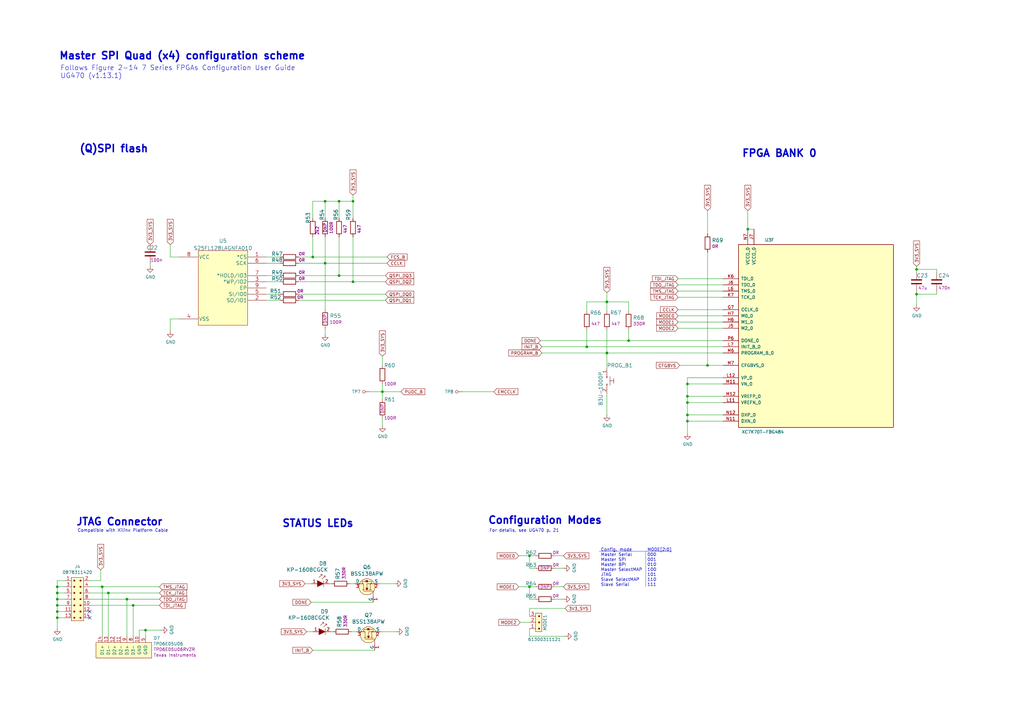
<source format=kicad_sch>
(kicad_sch (version 20230121) (generator eeschema)
  (paper "A3")
  (title_block (title "LPDDR4 Test Board") (date "2022-07-20") (rev "1.1.3"))
  (lib_symbols
    (symbol "lpddr4-test-board:0878311420" (pin_names (offset 1.016))
      (property "Reference" "J" (at -2.54 10.16 0))
      (property "Value" "0878311420" (at 0 -10.16 0))
      (symbol "0878311420_1_1"
        (pin passive line (at -5.08 7.62 0) (length 2.54) (name "~") (number "1"))
        (pin passive line (at 5.08 -2.54 180) (length 2.54) (name "~") (number "10"))
        (pin passive line (at -5.08 -5.08 0) (length 2.54) (name "~") (number "11"))
        (pin passive line (at 5.08 -5.08 180) (length 2.54) (name "~") (number "12"))
        (pin passive line (at -5.08 -7.62 0) (length 2.54) (name "~") (number "13"))
        (pin passive line (at 5.08 -7.62 180) (length 2.54) (name "~") (number "14"))
        (pin passive line (at 5.08 7.62 180) (length 2.54) (name "~") (number "2"))
        (pin passive line (at -5.08 5.08 0) (length 2.54) (name "~") (number "3"))
        (pin passive line (at 5.08 5.08 180) (length 2.54) (name "~") (number "4"))
        (pin passive line (at -5.08 2.54 0) (length 2.54) (name "~") (number "5"))
        (pin passive line (at 5.08 2.54 180) (length 2.54) (name "~") (number "6"))
        (pin passive line (at -5.08 0 0) (length 2.54) (name "~") (number "7"))
        (pin passive line (at 5.08 0 180) (length 2.54) (name "~") (number "8"))
        (pin passive line (at -5.08 -2.54 0) (length 2.54) (name "~") (number "9"))
      )
    )
    (symbol "lpddr4-test-board:61300311121" (pin_names (offset 1.016))
      (property "Reference" "J" (at -5.08 2.54 0))
      (property "Value" "61300311121" (at 2.54 -2.54 0))
      (symbol "61300311121_1_1"
        (pin passive line (at 0 3.81 270) (length 2.54) (name "~") (number "1"))
        (pin passive line (at 2.54 3.81 270) (length 2.54) (name "~") (number "2"))
        (pin passive line (at 5.08 3.81 270) (length 2.54) (name "~") (number "3"))
      )
    )
    (symbol "lpddr4-test-board:B3U-1000P" (pin_names (offset 1.016))
      (property "Reference" "S" (at 0 4.064 0))
      (property "Value" "B3U-1000P" (at 0 -2.54 0))
      (symbol "B3U-1000P_1_1"
        (pin passive line (at -5.08 0 0) (length 2.54) (name "~") (number "1"))
        (pin passive line (at 5.08 0 180) (length 2.54) (name "~") (number "2"))
      )
    )
    (symbol "lpddr4-test-board:BSS138APW" (pin_names (offset 0))
      (property "Reference" "Q" (at -2.6924 3.6322 0))
      (property "Value" "BSS138APW" (at 3.4544 0 90))
      (symbol "BSS138APW_1_1"
        (pin bidirectional line (at -7.62 -2.54 0) (length 2.54) (name "G") (number "1"))
        (pin bidirectional line (at 0 -5.08 90) (length 2.54) (name "S") (number "2"))
        (pin bidirectional line (at 0 5.08 270) (length 2.54) (name "D") (number "3"))
      )
    )
    (symbol "lpddr4-test-board:C_100n_0402_6V3" (pin_names (offset 0))
      (property "Reference" "C" (at -1.397 3.429 0))
      (property "Val" "100n" (at 0 -2.54 0))
      (symbol "C_100n_0402_6V3_1_1"
        (pin passive line (at 0 3.81 270) (length 2.794) (name "~") (number "1"))
        (pin passive line (at 0 -3.81 90) (length 2.794) (name "~") (number "2"))
      )
    )
    (symbol "lpddr4-test-board:C_470n_0402" (pin_names (offset 0))
      (property "Reference" "C" (at -1.397 3.429 0))
      (property "Val" "470n" (at 0 -2.54 0))
      (symbol "C_470n_0402_1_1"
        (pin passive line (at 0 3.81 270) (length 2.794) (name "~") (number "1"))
        (pin passive line (at 0 -3.81 90) (length 2.794) (name "~") (number "2"))
      )
    )
    (symbol "lpddr4-test-board:C_47u_0603" (pin_names (offset 0))
      (property "Reference" "C" (at -1.397 3.429 0))
      (property "Val" "47u" (at 0 -2.54 0))
      (symbol "C_47u_0603_1_1"
        (pin passive line (at 0 3.81 270) (length 2.794) (name "~") (number "1"))
        (pin passive line (at 0 -3.81 90) (length 2.794) (name "~") (number "2"))
      )
    )
    (symbol "lpddr4-test-board:GND" (power) (pin_names (offset 0))
      (property "Value" "GND" (at 0 -3.81 0))
      (symbol "GND_1_1"
        (pin power_in line (at 0 0 270) (length 0) hide (name "GND") (number "1"))
      )
    )
    (symbol "lpddr4-test-board:KP-1608CGCK" (pin_names (offset 0))
      (property "Reference" "D" (at -5.08 3.81 0))
      (property "Value" "KP-1608CGCK" (at 0 -3.81 0))
      (symbol "KP-1608CGCK_1_1"
        (pin passive line (at -5.08 0 0) (length 2.54) (name "~") (number "1"))
        (pin passive line (at 2.54 0 180) (length 2.54) (name "~") (number "2"))
      )
    )
    (symbol "lpddr4-test-board:R_0R_0402" (pin_names (offset 0))
      (property "Reference" "R" (at -1.397 3.429 0))
      (property "Val" "0R" (at 0 -2.54 0))
      (symbol "R_0R_0402_1_1"
        (pin passive line (at -3.81 0 0) (length 1.27) (name "~") (number "1"))
        (pin passive line (at 3.81 0 180) (length 1.27) (name "~") (number "2"))
      )
    )
    (symbol "lpddr4-test-board:R_100R_0402" (pin_names (offset 0))
      (property "Reference" "R" (at -1.397 3.429 0))
      (property "Val" "100R" (at 0 -2.54 0))
      (symbol "R_100R_0402_1_1"
        (pin passive line (at -3.81 0 0) (length 1.27) (name "~") (number "1"))
        (pin passive line (at 3.81 0 180) (length 1.27) (name "~") (number "2"))
      )
    )
    (symbol "lpddr4-test-board:R_2k2_0402" (pin_names (offset 0))
      (property "Reference" "R" (at -1.397 3.429 0))
      (property "Val" "2k2" (at 0 -2.54 0))
      (symbol "R_2k2_0402_1_1"
        (pin passive line (at -3.81 0 0) (length 1.27) (name "~") (number "1"))
        (pin passive line (at 3.81 0 180) (length 1.27) (name "~") (number "2"))
      )
    )
    (symbol "lpddr4-test-board:R_330R_0402" (pin_names (offset 0))
      (property "Reference" "R" (at -1.397 3.429 0))
      (property "Val" "330R" (at 0 -2.54 0))
      (symbol "R_330R_0402_1_1"
        (pin passive line (at -3.81 0 0) (length 1.27) (name "~") (number "1"))
        (pin passive line (at 3.81 0 180) (length 1.27) (name "~") (number "2"))
      )
    )
    (symbol "lpddr4-test-board:R_4k7_0402" (pin_names (offset 0))
      (property "Reference" "R" (at -1.397 3.429 0))
      (property "Val" "4k7" (at 0 -2.54 0))
      (symbol "R_4k7_0402_1_1"
        (pin passive line (at -3.81 0 0) (length 1.27) (name "~") (number "1"))
        (pin passive line (at 3.81 0 180) (length 1.27) (name "~") (number "2"))
      )
    )
    (symbol "lpddr4-test-board:S25FL128LAGNFA010" (pin_names (offset 0.254))
      (property "Reference" "U" (at 8.89 6.35 0))
      (property "Value" "S25FL128LAGNFA010" (at 19.05 3.81 0))
      (symbol "S25FL128LAGNFA010_1_1"
        (pin input line (at 0 0 0) (length 7.62) (name "*CS") (number "1"))
        (pin bidirectional line (at 0 -17.78 0) (length 7.62) (name "SO/IO1") (number "2"))
        (pin bidirectional line (at 0 -10.16 0) (length 7.62) (name "*WP/IO2") (number "3"))
        (pin power_in line (at 35.56 -25.4 180) (length 7.62) (name "VSS") (number "4"))
        (pin bidirectional line (at 0 -15.24 0) (length 7.62) (name "SI/IO0") (number "5"))
        (pin input line (at 0 -2.54 0) (length 7.62) (name "SCK") (number "6"))
        (pin bidirectional line (at 0 -7.62 0) (length 7.62) (name "*HOLD/IO3") (number "7"))
        (pin power_in line (at 35.56 0 180) (length 7.62) (name "VCC") (number "8"))
        (pin unspecified line (at 0 -12.7 0) (length 7.62) (name "EP") (number "9"))
      )
    )
    (symbol "lpddr4-test-board:TPD6E05U06" (pin_names (offset 1.016))
      (property "Reference" "D" (at -1.27 7.62 0))
      (property "Value" "TPD6E05U06" (at 3.81 -17.78 0))
      (property "MPN" "TPD6E05U06RVZR" (at 3.81 10.16 0))
      (property "Manufacturer" "Texas Instruments" (at 6.35 12.7 0))
      (symbol "TPD6E05U06_1_1"
        (pin passive line (at 6.35 -11.43 180) (length 2.54) (name "GND") (number "10"))
        (pin passive line (at 6.35 -3.81 180) (length 2.54) (name "D2-") (number "11"))
        (pin passive line (at 6.35 -1.27 180) (length 2.54) (name "D2+") (number "12"))
        (pin passive line (at 6.35 1.27 180) (length 2.54) (name "D1-") (number "13"))
        (pin passive line (at 6.35 3.81 180) (length 2.54) (name "D1+") (number "14"))
        (pin passive line (at 6.35 -13.97 180) (length 2.54) (name "GND") (number "5"))
        (pin passive line (at 6.35 -8.89 180) (length 2.54) (name "D3-") (number "8"))
        (pin passive line (at 6.35 -6.35 180) (length 2.54) (name "D3+") (number "9"))
      )
    )
    (symbol "lpddr4-test-board:TP_SMD1MM" (pin_numbers hide) (pin_names (offset 0))
      (property "Reference" "TP" (at -2.54 1.27 0))
      (symbol "TP_SMD1MM_1_1"
        (pin passive line (at 0 2.54 270) (length 1.905) (name "~") (number "1"))
      )
    )
    (symbol "lpddr4-test-board:XC7K70T-FBG484" (pin_names (offset 1.016))
      (property "Reference" "U" (at 13.97 16.51 0))
      (property "Value" "XC7K70T-FBG484" (at 13.97 13.97 0))
      (property "Manufacturer" "Xilinx" (at 0 0 0))
      (property "MPN" "XC7K70T-1FBG484C" (at 0 0 0))
      (symbol "XC7K70T-FBG484_1_1"
        (text "BANK13" (at -8.89 68.58 0) (effects (font (size 1.7018 1.7018))))
        (text "BANK14" (at 8.89 68.58 0) (effects (font (size 1.7018 1.7018))))
        (pin bidirectional line (at -36.83 -30.48 0) (length 6.35) (name "IO_L18P_T2_13") (number "AA14"))
        (pin bidirectional line (at -36.83 -33.02 0) (length 6.35) (name "IO_L18N_T2_13") (number "AA15"))
        (pin bidirectional line (at -36.83 -25.4 0) (length 6.35) (name "IO_L17P_T2_13") (number "AA16"))
        (pin power_in line (at -27.94 78.74 270) (length 6.35) (name "VCCO_13") (number "AA17"))
        (pin bidirectional line (at -36.83 -15.24 0) (length 6.35) (name "IO_L15P_T2_DQS_13") (number "AA18"))
        (pin bidirectional line (at -36.83 10.16 0) (length 6.35) (name "IO_L10P_T1_13") (number "AA19"))
        (pin bidirectional line (at -36.83 20.32 0) (length 6.35) (name "IO_L8P_T1_13") (number "AA20"))
        (pin bidirectional line (at -36.83 15.24 0) (length 6.35) (name "IO_L9P_T1_DQS_13") (number "AA21"))
        (pin power_in line (at -25.4 78.74 270) (length 6.35) (name "VCCO_13") (number "AB14"))
        (pin bidirectional line (at -36.83 -20.32 0) (length 6.35) (name "IO_L16P_T2_13") (number "AB15"))
        (pin bidirectional line (at -36.83 -22.86 0) (length 6.35) (name "IO_L16N_T2_13") (number "AB16"))
        (pin bidirectional line (at -36.83 -27.94 0) (length 6.35) (name "IO_L17N_T2_13") (number "AB17"))
        (pin bidirectional line (at -36.83 -17.78 0) (length 6.35) (name "IO_L15N_T2_DQS_13") (number "AB18"))
        (pin bidirectional line (at -36.83 7.62 0) (length 6.35) (name "IO_L10N_T1_13") (number "AB20"))
        (pin bidirectional line (at -36.83 17.78 0) (length 6.35) (name "IO_L8N_T1_13") (number "AB21"))
        (pin bidirectional line (at -36.83 12.7 0) (length 6.35) (name "IO_L9N_T1_DQS_13") (number "AB22"))
        (pin bidirectional line (at 36.83 25.4 180) (length 6.35) (name "IO_L7P_T1_D09_14") (number "E21"))
        (pin bidirectional line (at 36.83 22.86 180) (length 6.35) (name "IO_L7N_T1_D10_14") (number "E22"))
        (pin bidirectional line (at 36.83 48.26 180) (length 6.35) (name "IO_L2N_T0_D03_14") (number "F19"))
        (pin bidirectional line (at 36.83 38.1 180) (length 6.35) (name "IO_L4N_T0_D05_14") (number "F20"))
        (pin bidirectional line (at 36.83 12.7 180) (length 6.35) (name "IO_L9N_T1_DQS_D13_14") (number "F21"))
        (pin power_in line (at 15.24 78.74 270) (length 6.35) (name "VCCO_14") (number "F22"))
        (pin bidirectional line (at 36.83 50.8 180) (length 6.35) (name "IO_L2P_T0_D02_14") (number "G18"))
        (pin power_in line (at 17.78 78.74 270) (length 6.35) (name "VCCO_14") (number "G19"))
        (pin bidirectional line (at 36.83 40.64 180) (length 6.35) (name "IO_L4P_T0_D04_14") (number "G20"))
        (pin bidirectional line (at 36.83 15.24 180) (length 6.35) (name "IO_L9P_T1_DQS_14") (number "G21"))
        (pin bidirectional line (at 36.83 17.78 180) (length 6.35) (name "IO_L8N_T1_D12_14") (number "G22"))
        (pin bidirectional line (at 36.83 55.88 180) (length 6.35) (name "IO_L1P_T0_D00_MOSI_14") (number "H18"))
        (pin bidirectional line (at 36.83 53.34 180) (length 6.35) (name "IO_L1N_T0_D01_DIN_14") (number "H19"))
        (pin bidirectional line (at 36.83 2.54 180) (length 6.35) (name "IO_L11N_T1_SRCC_14") (number "H20"))
        (pin bidirectional line (at 36.83 20.32 180) (length 6.35) (name "IO_L8P_T1_D11_14") (number "H22"))
        (pin bidirectional line (at 36.83 43.18 180) (length 6.35) (name "IO_L3N_T0_DQS_EMCCLK_14") (number "J19"))
        (pin bidirectional line (at 36.83 5.08 180) (length 6.35) (name "IO_L11P_T1_SRCC_14") (number "J20"))
        (pin bidirectional line (at 36.83 10.16 180) (length 6.35) (name "IO_L10P_T1_D14_14") (number "J21"))
        (pin bidirectional line (at 36.83 7.62 180) (length 6.35) (name "IO_L10N_T1_D15_14") (number "J22"))
        (pin bidirectional line (at 36.83 58.42 180) (length 6.35) (name "IO_0_14") (number "K16"))
        (pin bidirectional line (at 36.83 27.94 180) (length 6.35) (name "IO_L6N_T0_D08_VREF_14") (number "K17"))
        (pin bidirectional line (at 36.83 45.72 180) (length 6.35) (name "IO_L3P_T0_DQS_PUDC_B_14") (number "K18"))
        (pin bidirectional line (at 36.83 33.02 180) (length 6.35) (name "IO_L5N_T0_D07_14") (number "K19"))
        (pin power_in line (at 20.32 78.74 270) (length 6.35) (name "VCCO_14") (number "K20"))
        (pin bidirectional line (at 36.83 -20.32 180) (length 6.35) (name "IO_L16P_T2_CSI_B_14") (number "K21"))
        (pin bidirectional line (at 36.83 -22.86 180) (length 6.35) (name "IO_L16N_T2_A15_D31_14") (number "K22"))
        (pin bidirectional line (at 36.83 30.48 180) (length 6.35) (name "IO_L6P_T0_FCS_B_14") (number "L16"))
        (pin power_in line (at 22.86 78.74 270) (length 6.35) (name "VCCO_14") (number "L17"))
        (pin bidirectional line (at 36.83 35.56 180) (length 6.35) (name "IO_L5P_T0_D06_14") (number "L18"))
        (pin bidirectional line (at 36.83 0 180) (length 6.35) (name "IO_L12P_T1_MRCC_14") (number "L19"))
        (pin bidirectional line (at 36.83 -2.54 180) (length 6.35) (name "IO_L12N_T1_MRCC_14") (number "L20"))
        (pin bidirectional line (at 36.83 -33.02 180) (length 6.35) (name "IO_L18N_T2_A11_D27_14") (number "L21"))
        (pin bidirectional line (at 36.83 -66.04 180) (length 6.35) (name "IO_25_14") (number "M16"))
        (pin bidirectional line (at 36.83 -10.16 180) (length 6.35) (name "IO_L14P_T2_SRCC_14") (number "M17"))
        (pin bidirectional line (at 36.83 -12.7 180) (length 6.35) (name "IO_L14N_T2_SRCC_14") (number "M18"))
        (pin bidirectional line (at 36.83 -30.48 180) (length 6.35) (name "IO_L18P_T2_A12_D28_14") (number "M20"))
        (pin bidirectional line (at 36.83 -27.94 180) (length 6.35) (name "IO_L17N_T2_A13_D29_14") (number "M21"))
        (pin bidirectional line (at 36.83 -17.78 180) (length 6.35) (name "IO_L15N_T2_DQS_DOUT_CSO_B_14") (number "M22"))
        (pin bidirectional line (at 36.83 -58.42 180) (length 6.35) (name "IO_L23N_T3_A02_D18_14") (number "N17"))
        (pin bidirectional line (at 36.83 -5.08 180) (length 6.35) (name "IO_L13P_T2_MRCC_14") (number "N18"))
        (pin bidirectional line (at 36.83 -7.62 180) (length 6.35) (name "IO_L13N_T2_MRCC_14") (number "N19"))
        (pin bidirectional line (at 36.83 -25.4 180) (length 6.35) (name "IO_L17P_T2_A14_D30_14") (number "N20"))
        (pin power_in line (at 25.4 78.74 270) (length 6.35) (name "VCCO_14") (number "N21"))
        (pin bidirectional line (at 36.83 -15.24 180) (length 6.35) (name "IO_L15P_T2_DQS_RDWR_B_14") (number "N22"))
        (pin bidirectional line (at 36.83 -55.88 180) (length 6.35) (name "IO_L23P_T3_A03_D19_14") (number "P16"))
        (pin bidirectional line (at 36.83 -48.26 180) (length 6.35) (name "IO_L21N_T3_DQS_A06_D22_14") (number "P17"))
        (pin power_in line (at 27.94 78.74 270) (length 6.35) (name "VCCO_14") (number "P18"))
        (pin bidirectional line (at 36.83 -40.64 180) (length 6.35) (name "IO_L20P_T3_A08_D24_14") (number "P19"))
        (pin bidirectional line (at 36.83 -43.18 180) (length 6.35) (name "IO_L20N_T3_A07_D23_14") (number "P20"))
        (pin bidirectional line (at 36.83 -50.8 180) (length 6.35) (name "IO_L22P_T3_A05_D21_14") (number "P21"))
        (pin bidirectional line (at 36.83 -53.34 180) (length 6.35) (name "IO_L22N_T3_A04_D20_14") (number "P22"))
        (pin bidirectional line (at -36.83 -40.64 0) (length 6.35) (name "IO_L20P_T3_13") (number "R16"))
        (pin bidirectional line (at 36.83 -45.72 180) (length 6.35) (name "IO_L21P_T3_DQS_14") (number "R17"))
        (pin bidirectional line (at 36.83 -35.56 180) (length 6.35) (name "IO_L19P_T3_A10_D26_14") (number "R18"))
        (pin bidirectional line (at 36.83 -38.1 180) (length 6.35) (name "IO_L19N_T3_A09_D25_VREF_14") (number "R19"))
        (pin bidirectional line (at 36.83 -60.96 180) (length 6.35) (name "IO_L24P_T3_A01_D17_14") (number "R21"))
        (pin bidirectional line (at 36.83 -63.5 180) (length 6.35) (name "IO_L24N_T3_A00_D16_14") (number "R22"))
        (pin bidirectional line (at -36.83 -60.96 0) (length 6.35) (name "IO_L24P_T3_13") (number "T15"))
        (pin bidirectional line (at -36.83 -43.18 0) (length 6.35) (name "IO_L20N_T3_13") (number "T16"))
        (pin bidirectional line (at -36.83 45.72 0) (length 6.35) (name "IO_L3P_T0_DQS_13") (number "T18"))
        (pin bidirectional line (at -36.83 58.42 0) (length 6.35) (name "IO_0_13") (number "T19"))
        (pin bidirectional line (at -36.83 30.48 0) (length 6.35) (name "IO_L6P_T0_13") (number "T20"))
        (pin bidirectional line (at -36.83 55.88 0) (length 6.35) (name "IO_L1P_T0_13") (number "T21"))
        (pin power_in line (at -22.86 78.74 270) (length 6.35) (name "VCCO_13") (number "T22"))
        (pin bidirectional line (at -36.83 -63.5 0) (length 6.35) (name "IO_L24N_T3_13") (number "U15"))
        (pin bidirectional line (at -36.83 -35.56 0) (length 6.35) (name "IO_L19P_T3_13") (number "U16"))
        (pin bidirectional line (at -36.83 35.56 0) (length 6.35) (name "IO_L5P_T0_13") (number "U17"))
        (pin bidirectional line (at -36.83 43.18 0) (length 6.35) (name "IO_L3N_T0_DQS_13") (number "U18"))
        (pin power_in line (at -20.32 78.74 270) (length 6.35) (name "VCCO_13") (number "U19"))
        (pin bidirectional line (at -36.83 27.94 0) (length 6.35) (name "IO_L6N_T0_VREF_13") (number "U20"))
        (pin bidirectional line (at -36.83 53.34 0) (length 6.35) (name "IO_L1N_T0_13") (number "U21"))
        (pin bidirectional line (at -36.83 50.8 0) (length 6.35) (name "IO_L2P_T0_13") (number "U22"))
        (pin bidirectional line (at -36.83 -66.04 0) (length 6.35) (name "IO_25_13") (number "V14"))
        (pin bidirectional line (at -36.83 -55.88 0) (length 6.35) (name "IO_L23P_T3_13") (number "V15"))
        (pin power_in line (at -17.78 78.74 270) (length 6.35) (name "VCCO_13") (number "V16"))
        (pin bidirectional line (at -36.83 -38.1 0) (length 6.35) (name "IO_L19N_T3_VREF_13") (number "V17"))
        (pin bidirectional line (at -36.83 33.02 0) (length 6.35) (name "IO_L5N_T0_13") (number "V18"))
        (pin bidirectional line (at -36.83 0 0) (length 6.35) (name "IO_L12P_T1_MRCC_13") (number "V19"))
        (pin bidirectional line (at -36.83 5.08 0) (length 6.35) (name "IO_L11P_T1_SRCC_13") (number "V20"))
        (pin bidirectional line (at -36.83 48.26 0) (length 6.35) (name "IO_L2N_T0_13") (number "V22"))
        (pin bidirectional line (at -36.83 -50.8 0) (length 6.35) (name "IO_L22P_T3_13") (number "W14"))
        (pin bidirectional line (at -36.83 -58.42 0) (length 6.35) (name "IO_L23N_T3_13") (number "W15"))
        (pin bidirectional line (at -36.83 -45.72 0) (length 6.35) (name "IO_L21P_T3_DQS_13") (number "W16"))
        (pin bidirectional line (at -36.83 -10.16 0) (length 6.35) (name "IO_L14P_T2_SRCC_13") (number "W17"))
        (pin bidirectional line (at -36.83 -2.54 0) (length 6.35) (name "IO_L12N_T1_MRCC_13") (number "W19"))
        (pin bidirectional line (at -36.83 2.54 0) (length 6.35) (name "IO_L11N_T1_SRCC_13") (number "W20"))
        (pin bidirectional line (at -36.83 40.64 0) (length 6.35) (name "IO_L4P_T0_13") (number "W21"))
        (pin bidirectional line (at -36.83 38.1 0) (length 6.35) (name "IO_L4N_T0_13") (number "W22"))
        (pin bidirectional line (at -36.83 -53.34 0) (length 6.35) (name "IO_L22N_T3_13") (number "Y14"))
        (pin bidirectional line (at -36.83 -48.26 0) (length 6.35) (name "IO_L21N_T3_DQS_13") (number "Y16"))
        (pin bidirectional line (at -36.83 -12.7 0) (length 6.35) (name "IO_L14N_T2_SRCC_13") (number "Y17"))
        (pin bidirectional line (at -36.83 -5.08 0) (length 6.35) (name "IO_L13P_T2_MRCC_13") (number "Y18"))
        (pin bidirectional line (at -36.83 -7.62 0) (length 6.35) (name "IO_L13N_T2_MRCC_13") (number "Y19"))
        (pin power_in line (at -15.24 78.74 270) (length 6.35) (name "VCCO_13") (number "Y20"))
        (pin bidirectional line (at -36.83 25.4 0) (length 6.35) (name "IO_L7P_T1_13") (number "Y21"))
        (pin bidirectional line (at -36.83 22.86 0) (length 6.35) (name "IO_L7N_T1_13") (number "Y22"))
      )
      (symbol "XC7K70T-FBG484_2_0"
        (text "BANK16" (at 10.16 68.58 0) (effects (font (size 1.7018 1.7018))))
      )
      (symbol "XC7K70T-FBG484_2_1"
        (text "BANK15" (at -7.62 68.58 0) (effects (font (size 1.7018 1.7018))))
        (pin bidirectional line (at 36.83 -25.4 180) (length 6.35) (name "IO_L23N_T3_16") (number "A10"))
        (pin bidirectional line (at 36.83 -22.86 180) (length 6.35) (name "IO_L23P_T3_16") (number "A11"))
        (pin bidirectional line (at -36.83 40.64 0) (length 6.35) (name "IO_L4P_T0_AD9P_15") (number "A13"))
        (pin bidirectional line (at -36.83 38.1 0) (length 6.35) (name "IO_L4N_T0_AD9N_15") (number "A14"))
        (pin bidirectional line (at -36.83 12.7 0) (length 6.35) (name "IO_L9N_T1_DQS_AD11N_15") (number "A15"))
        (pin bidirectional line (at -36.83 17.78 0) (length 6.35) (name "IO_L8N_T1_AD3N_15") (number "A16"))
        (pin power_in line (at -26.67 78.74 270) (length 6.35) (name "VCCO_15") (number "A17"))
        (pin bidirectional line (at -36.83 7.62 0) (length 6.35) (name "IO_L10N_T1_AD4N_15") (number "A18"))
        (pin bidirectional line (at -36.83 -43.18 0) (length 6.35) (name "IO_L20N_T3_A19_15") (number "A19"))
        (pin bidirectional line (at -36.83 -50.8 0) (length 6.35) (name "IO_L22P_T3_A17_15") (number "A20"))
        (pin bidirectional line (at -36.83 -53.34 0) (length 6.35) (name "IO_L22N_T3_A16_15") (number "A21"))
        (pin bidirectional line (at 36.83 -15.24 180) (length 6.35) (name "IO_L21N_T3_DQS_16") (number "A8"))
        (pin bidirectional line (at 36.83 -12.7 180) (length 6.35) (name "IO_L21P_T3_DQS_16") (number "A9"))
        (pin bidirectional line (at 36.83 -10.16 180) (length 6.35) (name "IO_L20N_T3_16") (number "B10"))
        (pin bidirectional line (at 36.83 -7.62 180) (length 6.35) (name "IO_L20P_T3_16") (number "B11"))
        (pin bidirectional line (at -36.83 48.26 0) (length 6.35) (name "IO_L2N_T0_AD8N_15") (number "B12"))
        (pin bidirectional line (at -36.83 33.02 0) (length 6.35) (name "IO_L5N_T0_AD2N_15") (number "B13"))
        (pin power_in line (at -24.13 78.74 270) (length 6.35) (name "VCCO_15") (number "B14"))
        (pin bidirectional line (at -36.83 15.24 0) (length 6.35) (name "IO_L9P_T1_DQS_AD11P_15") (number "B15"))
        (pin bidirectional line (at -36.83 20.32 0) (length 6.35) (name "IO_L8P_T1_AD3P_15") (number "B16"))
        (pin bidirectional line (at -36.83 10.16 0) (length 6.35) (name "IO_L10P_T1_AD4P_15") (number "B17"))
        (pin bidirectional line (at -36.83 -40.64 0) (length 6.35) (name "IO_L20P_T3_A20_15") (number "B18"))
        (pin bidirectional line (at -36.83 -60.96 0) (length 6.35) (name "IO_L24P_T3_RS1_15") (number "B20"))
        (pin bidirectional line (at -36.83 -63.5 0) (length 6.35) (name "IO_L24N_T3_RS0_15") (number "B21"))
        (pin bidirectional line (at -36.83 -48.26 0) (length 6.35) (name "IO_L21N_T3_DQS_A18_15") (number "B22"))
        (pin bidirectional line (at 36.83 -20.32 180) (length 6.35) (name "IO_L22N_T3_16") (number "B8"))
        (pin bidirectional line (at 36.83 53.34 180) (length 6.35) (name "IO_L7N_T1_16") (number "C10"))
        (pin power_in line (at 20.32 78.74 270) (length 6.35) (name "VCCO_16") (number "C11"))
        (pin bidirectional line (at -36.83 50.8 0) (length 6.35) (name "IO_L2P_T0_AD8P_15") (number "C12"))
        (pin bidirectional line (at -36.83 35.56 0) (length 6.35) (name "IO_L5P_T0_AD2P_15") (number "C13"))
        (pin bidirectional line (at -36.83 25.4 0) (length 6.35) (name "IO_L7P_T1_AD10P_15") (number "C14"))
        (pin bidirectional line (at -36.83 22.86 0) (length 6.35) (name "IO_L7N_T1_AD10N_15") (number "C15"))
        (pin bidirectional line (at -36.83 0 0) (length 6.35) (name "IO_L12P_T1_MRCC_AD5P_15") (number "C17"))
        (pin bidirectional line (at -36.83 -2.54 0) (length 6.35) (name "IO_L12N_T1_MRCC_AD5N_15") (number "C18"))
        (pin bidirectional line (at -36.83 -35.56 0) (length 6.35) (name "IO_L19P_T3_A22_15") (number "C19"))
        (pin bidirectional line (at -36.83 -38.1 0) (length 6.35) (name "IO_L19N_T3_A21_VREF_15") (number "C20"))
        (pin power_in line (at -21.59 78.74 270) (length 6.35) (name "VCCO_15") (number "C21"))
        (pin bidirectional line (at -36.83 -45.72 0) (length 6.35) (name "IO_L21P_T3_DQS_15") (number "C22"))
        (pin bidirectional line (at 36.83 -17.78 180) (length 6.35) (name "IO_L22P_T3_16") (number "C8"))
        (pin bidirectional line (at 36.83 -5.08 180) (length 6.35) (name "IO_L19N_T3_VREF_16") (number "C9"))
        (pin bidirectional line (at 36.83 55.88 180) (length 6.35) (name "IO_L7P_T1_16") (number "D10"))
        (pin bidirectional line (at 36.83 27.94 180) (length 6.35) (name "IO_L12N_T1_MRCC_16") (number "D11"))
        (pin bidirectional line (at -36.83 58.42 0) (length 6.35) (name "IO_0_15") (number "D12"))
        (pin bidirectional line (at -36.83 27.94 0) (length 6.35) (name "IO_L6N_T0_VREF_15") (number "D14"))
        (pin bidirectional line (at -36.83 5.08 0) (length 6.35) (name "IO_L11P_T1_SRCC_AD12P_15") (number "D15"))
        (pin bidirectional line (at -36.83 2.54 0) (length 6.35) (name "IO_L11N_T1_SRCC_AD12N_15") (number "D16"))
        (pin bidirectional line (at -36.83 -12.7 0) (length 6.35) (name "IO_L14N_T2_SRCC_15") (number "D17"))
        (pin power_in line (at -19.05 78.74 270) (length 6.35) (name "VCCO_15") (number "D18"))
        (pin bidirectional line (at -36.83 -30.48 0) (length 6.35) (name "IO_L18P_T2_A24_15") (number "D19"))
        (pin bidirectional line (at -36.83 -33.02 0) (length 6.35) (name "IO_L18N_T2_A23_15") (number "D20"))
        (pin bidirectional line (at -36.83 -55.88 0) (length 6.35) (name "IO_L23P_T3_FOE_B_15") (number "D21"))
        (pin bidirectional line (at -36.83 -58.42 0) (length 6.35) (name "IO_L23N_T3_FWE_B_15") (number "D22"))
        (pin power_in line (at 22.86 78.74 270) (length 6.35) (name "VCCO_16") (number "D8"))
        (pin bidirectional line (at 36.83 -2.54 180) (length 6.35) (name "IO_L19P_T3_16") (number "D9"))
        (pin bidirectional line (at 36.83 30.48 180) (length 6.35) (name "IO_L12P_T1_MRCC_16") (number "E11"))
        (pin bidirectional line (at 36.83 38.1 180) (length 6.35) (name "IO_L10N_T1_16") (number "E12"))
        (pin bidirectional line (at 36.83 40.64 180) (length 6.35) (name "IO_L10P_T1_16") (number "E13"))
        (pin bidirectional line (at -36.83 30.48 0) (length 6.35) (name "IO_L6P_T0_15") (number "E14"))
        (pin power_in line (at -16.51 78.74 270) (length 6.35) (name "VCCO_15") (number "E15"))
        (pin bidirectional line (at -36.83 -10.16 0) (length 6.35) (name "IO_L14P_T2_SRCC_15") (number "E16"))
        (pin bidirectional line (at -36.83 -5.08 0) (length 6.35) (name "IO_L13P_T2_MRCC_15") (number "E17"))
        (pin bidirectional line (at -36.83 -7.62 0) (length 6.35) (name "IO_L13N_T2_MRCC_15") (number "E18"))
        (pin bidirectional line (at -36.83 -27.94 0) (length 6.35) (name "IO_L17N_T2_A25_15") (number "E19"))
        (pin bidirectional line (at 36.83 -27.94 180) (length 6.35) (name "IO_24_T3_16") (number "E8"))
        (pin bidirectional line (at 36.83 12.7 180) (length 6.35) (name "IO_L15N_T2_DQS_16") (number "E9"))
        (pin bidirectional line (at 36.83 33.02 180) (length 6.35) (name "IO_L11N_T1_SRCC_16") (number "F10"))
        (pin bidirectional line (at 36.83 35.56 180) (length 6.35) (name "IO_L11P_T1_SRCC_16") (number "F11"))
        (pin power_in line (at 25.4 78.74 270) (length 6.35) (name "VCCO_16") (number "F12"))
        (pin bidirectional line (at 36.83 48.26 180) (length 6.35) (name "IO_L8N_T1_16") (number "F13"))
        (pin bidirectional line (at 36.83 58.42 180) (length 6.35) (name "IO_6_T0_VREF_16") (number "F14"))
        (pin bidirectional line (at -36.83 45.72 0) (length 6.35) (name "IO_L3P_T0_DQS_AD1P_15") (number "F15"))
        (pin bidirectional line (at -36.83 43.18 0) (length 6.35) (name "IO_L3N_T0_DQS_AD1N_15") (number "F16"))
        (pin bidirectional line (at -36.83 -25.4 0) (length 6.35) (name "IO_L17P_T2_A26_15") (number "F18"))
        (pin bidirectional line (at 36.83 2.54 180) (length 6.35) (name "IO_L17N_T2_16") (number "F8"))
        (pin bidirectional line (at 36.83 15.24 180) (length 6.35) (name "IO_L15P_T2_DQS_16") (number "F9"))
        (pin bidirectional line (at 36.83 22.86 180) (length 6.35) (name "IO_L13N_T2_MRCC_16") (number "G10"))
        (pin bidirectional line (at 36.83 25.4 180) (length 6.35) (name "IO_L13P_T2_MRCC_16") (number "G11"))
        (pin bidirectional line (at 36.83 17.78 180) (length 6.35) (name "IO_L14N_T2_SRCC_16") (number "G12"))
        (pin bidirectional line (at 36.83 50.8 180) (length 6.35) (name "IO_L8P_T1_16") (number "G13"))
        (pin bidirectional line (at -36.83 55.88 0) (length 6.35) (name "IO_L1P_T0_AD0P_15") (number "G15"))
        (pin bidirectional line (at -36.83 53.34 0) (length 6.35) (name "IO_L1N_T0_AD0N_15") (number "G16"))
        (pin bidirectional line (at -36.83 -17.78 0) (length 6.35) (name "IO_L15N_T2_DQS_ADV_B_15") (number "G17"))
        (pin bidirectional line (at 36.83 5.08 180) (length 6.35) (name "IO_L17P_T2_16") (number "G8"))
        (pin power_in line (at 27.94 78.74 270) (length 6.35) (name "VCCO_16") (number "G9"))
        (pin bidirectional line (at 36.83 0 180) (length 6.35) (name "IO_18_T2_16") (number "H10"))
        (pin bidirectional line (at 36.83 20.32 180) (length 6.35) (name "IO_L14P_T2_SRCC_16") (number "H12"))
        (pin bidirectional line (at 36.83 43.18 180) (length 6.35) (name "IO_L9N_T1_DQS_16") (number "H13"))
        (pin bidirectional line (at 36.83 45.72 180) (length 6.35) (name "IO_L9P_T1_DQS_16") (number "H14"))
        (pin bidirectional line (at -36.83 -66.04 0) (length 6.35) (name "IO_25_15") (number "H15"))
        (pin power_in line (at -13.97 78.74 270) (length 6.35) (name "VCCO_15") (number "H16"))
        (pin bidirectional line (at -36.83 -15.24 0) (length 6.35) (name "IO_L15P_T2_DQS_15") (number "H17"))
        (pin bidirectional line (at 36.83 7.62 180) (length 6.35) (name "IO_L16N_T2_16") (number "H8"))
        (pin bidirectional line (at 36.83 10.16 180) (length 6.35) (name "IO_L16P_T2_16") (number "H9"))
        (pin bidirectional line (at -36.83 -20.32 0) (length 6.35) (name "IO_L16P_T2_A28_15") (number "J16"))
        (pin bidirectional line (at -36.83 -22.86 0) (length 6.35) (name "IO_L16N_T2_A27_15") (number "J17"))
      )
      (symbol "XC7K70T-FBG484_3_1"
        (text "BANK33" (at -7.62 68.58 0) (effects (font (size 1.7018 1.7018))))
        (text "BANK34" (at 7.62 68.58 0) (effects (font (size 1.7018 1.7018))))
        (pin bidirectional line (at 36.83 -50.8 180) (length 6.35) (name "IO_L22P_T3_34") (number "AA1"))
        (pin bidirectional line (at -36.83 40.64 0) (length 6.35) (name "IO_L4P_T0_33") (number "AA10"))
        (pin bidirectional line (at -36.83 -40.64 0) (length 6.35) (name "IO_L20P_T3_33") (number "AA11"))
        (pin bidirectional line (at -36.83 -48.26 0) (length 6.35) (name "IO_L21N_T3_DQS_33") (number "AA13"))
        (pin bidirectional line (at 36.83 -55.88 180) (length 6.35) (name "IO_L23P_T3_34") (number "AA3"))
        (pin bidirectional line (at 36.83 -60.96 180) (length 6.35) (name "IO_L24P_T3_34") (number "AA4"))
        (pin bidirectional line (at -36.83 55.88 0) (length 6.35) (name "IO_L1P_T0_33") (number "AA5"))
        (pin bidirectional line (at -36.83 45.72 0) (length 6.35) (name "IO_L3P_T0_DQS_33") (number "AA6"))
        (pin power_in line (at -26.67 78.74 270) (length 6.35) (name "VCCO_33") (number "AA7"))
        (pin bidirectional line (at -36.83 33.02 0) (length 6.35) (name "IO_L5N_T0_33") (number "AA8"))
        (pin bidirectional line (at -36.83 35.56 0) (length 6.35) (name "IO_L5P_T0_33") (number "AA9"))
        (pin bidirectional line (at 36.83 -53.34 180) (length 6.35) (name "IO_L22N_T3_34") (number "AB1"))
        (pin bidirectional line (at -36.83 38.1 0) (length 6.35) (name "IO_L4N_T0_33") (number "AB10"))
        (pin bidirectional line (at -36.83 -43.18 0) (length 6.35) (name "IO_L20N_T3_33") (number "AB11"))
        (pin bidirectional line (at -36.83 -53.34 0) (length 6.35) (name "IO_L22N_T3_33") (number "AB12"))
        (pin bidirectional line (at -36.83 -50.8 0) (length 6.35) (name "IO_L22P_T3_33") (number "AB13"))
        (pin bidirectional line (at 36.83 -58.42 180) (length 6.35) (name "IO_L23N_T3_34") (number "AB2"))
        (pin bidirectional line (at 36.83 -63.5 180) (length 6.35) (name "IO_L24N_T3_34") (number "AB3"))
        (pin power_in line (at 13.97 78.74 270) (length 6.35) (name "VCCO_34") (number "AB4"))
        (pin bidirectional line (at -36.83 53.34 0) (length 6.35) (name "IO_L1N_T0_33") (number "AB5"))
        (pin bidirectional line (at -36.83 43.18 0) (length 6.35) (name "IO_L3N_T0_DQS_33") (number "AB6"))
        (pin bidirectional line (at -36.83 48.26 0) (length 6.35) (name "IO_L2N_T0_33") (number "AB7"))
        (pin bidirectional line (at -36.83 50.8 0) (length 6.35) (name "IO_L2P_T0_33") (number "AB8"))
        (pin bidirectional line (at 36.83 50.8 180) (length 6.35) (name "IO_L2P_T0_34") (number "K1"))
        (pin bidirectional line (at 36.83 38.1 180) (length 6.35) (name "IO_L4N_T0_34") (number "K2"))
        (pin bidirectional line (at 36.83 40.64 180) (length 6.35) (name "IO_L4P_T0_34") (number "K3"))
        (pin bidirectional line (at 36.83 58.42 180) (length 6.35) (name "IO_0_VRN_34") (number "K4"))
        (pin bidirectional line (at 36.83 48.26 180) (length 6.35) (name "IO_L2N_T0_34") (number "L1"))
        (pin bidirectional line (at 36.83 55.88 180) (length 6.35) (name "IO_L1P_T0_34") (number "L3"))
        (pin bidirectional line (at 36.83 27.94 180) (length 6.35) (name "IO_L6N_T0_VREF_34") (number "L4"))
        (pin bidirectional line (at 36.83 30.48 180) (length 6.35) (name "IO_L6P_T0_34") (number "L5"))
        (pin bidirectional line (at 36.83 43.18 180) (length 6.35) (name "IO_L3N_T0_DQS_34") (number "M1"))
        (pin bidirectional line (at 36.83 45.72 180) (length 6.35) (name "IO_L3P_T0_DQS_34") (number "M2"))
        (pin bidirectional line (at 36.83 53.34 180) (length 6.35) (name "IO_L1N_T0_34") (number "M3"))
        (pin power_in line (at 16.51 78.74 270) (length 6.35) (name "VCCO_34") (number "M4"))
        (pin bidirectional line (at 36.83 15.24 180) (length 6.35) (name "IO_L9P_T1_DQS_34") (number "M5"))
        (pin power_in line (at 19.05 78.74 270) (length 6.35) (name "VCCO_34") (number "N1"))
        (pin bidirectional line (at 36.83 33.02 180) (length 6.35) (name "IO_L5N_T0_34") (number "N2"))
        (pin bidirectional line (at 36.83 35.56 180) (length 6.35) (name "IO_L5P_T0_34") (number "N3"))
        (pin bidirectional line (at 36.83 12.7 180) (length 6.35) (name "IO_L9N_T1_DQS_34") (number "N4"))
        (pin bidirectional line (at 36.83 -30.48 180) (length 6.35) (name "IO_L18P_T2_34") (number "N5"))
        (pin bidirectional line (at 36.83 20.32 180) (length 6.35) (name "IO_L8P_T1_34") (number "P1"))
        (pin bidirectional line (at 36.83 25.4 180) (length 6.35) (name "IO_L7P_T1_34") (number "P2"))
        (pin bidirectional line (at 36.83 5.08 180) (length 6.35) (name "IO_L11P_T1_SRCC_34") (number "P4"))
        (pin bidirectional line (at 36.83 -33.02 180) (length 6.35) (name "IO_L18N_T2_34") (number "P5"))
        (pin bidirectional line (at 36.83 17.78 180) (length 6.35) (name "IO_L8N_T1_34") (number "R1"))
        (pin bidirectional line (at 36.83 22.86 180) (length 6.35) (name "IO_L7N_T1_34") (number "R2"))
        (pin bidirectional line (at 36.83 0 180) (length 6.35) (name "IO_L12P_T1_MRCC_34") (number "R3"))
        (pin bidirectional line (at 36.83 2.54 180) (length 6.35) (name "IO_L11N_T1_SRCC_34") (number "R4"))
        (pin power_in line (at 21.59 78.74 270) (length 6.35) (name "VCCO_34") (number "R5"))
        (pin bidirectional line (at -36.83 17.78 0) (length 6.35) (name "IO_L8N_T1_33") (number "R6"))
        (pin bidirectional line (at -36.83 20.32 0) (length 6.35) (name "IO_L8P_T1_33") (number "R7"))
        (pin bidirectional line (at 36.83 10.16 180) (length 6.35) (name "IO_L10P_T1_34") (number "T1"))
        (pin bidirectional line (at -36.83 -22.86 0) (length 6.35) (name "IO_L16N_T2_33") (number "T10"))
        (pin bidirectional line (at -36.83 -20.32 0) (length 6.35) (name "IO_L16P_T2_33") (number "T11"))
        (pin power_in line (at -24.13 78.74 270) (length 6.35) (name "VCCO_33") (number "T12"))
        (pin bidirectional line (at -36.83 -60.96 0) (length 6.35) (name "IO_L24P_T3_33") (number "T13"))
        (pin bidirectional line (at -36.83 -66.04 0) (length 6.35) (name "IO_25_VRP_33") (number "T14"))
        (pin power_in line (at 24.13 78.74 270) (length 6.35) (name "VCCO_34") (number "T2"))
        (pin bidirectional line (at 36.83 -2.54 180) (length 6.35) (name "IO_L12N_T1_MRCC_34") (number "T3"))
        (pin bidirectional line (at 36.83 -5.08 180) (length 6.35) (name "IO_L13P_T2_MRCC_34") (number "T4"))
        (pin bidirectional line (at 36.83 -20.32 180) (length 6.35) (name "IO_L16P_T2_34") (number "T5"))
        (pin bidirectional line (at -36.83 58.42 0) (length 6.35) (name "IO_0_VRN_33") (number "T6"))
        (pin bidirectional line (at -36.83 -33.02 0) (length 6.35) (name "IO_L18N_T2_33") (number "T8"))
        (pin bidirectional line (at -36.83 -30.48 0) (length 6.35) (name "IO_L18P_T2_33") (number "T9"))
        (pin bidirectional line (at 36.83 7.62 180) (length 6.35) (name "IO_L10N_T1_34") (number "U1"))
        (pin bidirectional line (at -36.83 -10.16 0) (length 6.35) (name "IO_L14P_T2_SRCC_33") (number "U10"))
        (pin bidirectional line (at -36.83 -27.94 0) (length 6.35) (name "IO_L17N_T2_33") (number "U11"))
        (pin bidirectional line (at -36.83 -25.4 0) (length 6.35) (name "IO_L17P_T2_33") (number "U12"))
        (pin bidirectional line (at -36.83 -63.5 0) (length 6.35) (name "IO_L24N_T3_33") (number "U13"))
        (pin bidirectional line (at 36.83 -15.24 180) (length 6.35) (name "IO_L15P_T2_DQS_34") (number "U2"))
        (pin bidirectional line (at 36.83 -7.62 180) (length 6.35) (name "IO_L13N_T2_MRCC_34") (number "U3"))
        (pin bidirectional line (at 36.83 -22.86 180) (length 6.35) (name "IO_L16N_T2_34") (number "U5"))
        (pin bidirectional line (at -36.83 7.62 0) (length 6.35) (name "IO_L10N_T1_33") (number "U6"))
        (pin bidirectional line (at -36.83 10.16 0) (length 6.35) (name "IO_L10P_T1_33") (number "U7"))
        (pin bidirectional line (at -36.83 15.24 0) (length 6.35) (name "IO_L9P_T1_DQS_33") (number "U8"))
        (pin power_in line (at -21.59 78.74 270) (length 6.35) (name "VCCO_33") (number "U9"))
        (pin bidirectional line (at -36.83 -15.24 0) (length 6.35) (name "IO_L15P_T2_DQS_33") (number "V10"))
        (pin bidirectional line (at -36.83 -58.42 0) (length 6.35) (name "IO_L23N_T3_33") (number "V12"))
        (pin bidirectional line (at -36.83 -55.88 0) (length 6.35) (name "IO_L23P_T3_33") (number "V13"))
        (pin bidirectional line (at 36.83 -17.78 180) (length 6.35) (name "IO_L15N_T2_DQS_34") (number "V2"))
        (pin bidirectional line (at 36.83 -25.4 180) (length 6.35) (name "IO_L17P_T2_34") (number "V3"))
        (pin bidirectional line (at 36.83 -10.16 180) (length 6.35) (name "IO_L14P_T2_SRCC_34") (number "V4"))
        (pin bidirectional line (at 36.83 -66.04 180) (length 6.35) (name "IO_25_VRP_34") (number "V5"))
        (pin power_in line (at -19.05 78.74 270) (length 6.35) (name "VCCO_33") (number "V6"))
        (pin bidirectional line (at -36.83 5.08 0) (length 6.35) (name "IO_L11P_T1_SRCC_33") (number "V7"))
        (pin bidirectional line (at -36.83 12.7 0) (length 6.35) (name "IO_L9N_T1_DQS_33") (number "V8"))
        (pin bidirectional line (at -36.83 -12.7 0) (length 6.35) (name "IO_L14N_T2_SRCC_33") (number "V9"))
        (pin bidirectional line (at 36.83 -40.64 180) (length 6.35) (name "IO_L20P_T3_34") (number "W1"))
        (pin bidirectional line (at -36.83 -17.78 0) (length 6.35) (name "IO_L15N_T2_DQS_33") (number "W10"))
        (pin bidirectional line (at -36.83 30.48 0) (length 6.35) (name "IO_L6P_T0_33") (number "W11"))
        (pin bidirectional line (at -36.83 -35.56 0) (length 6.35) (name "IO_L19P_T3_33") (number "W12"))
        (pin power_in line (at -16.51 78.74 270) (length 6.35) (name "VCCO_33") (number "W13"))
        (pin bidirectional line (at 36.83 -27.94 180) (length 6.35) (name "IO_L17N_T2_34") (number "W2"))
        (pin power_in line (at 26.67 78.74 270) (length 6.35) (name "VCCO_34") (number "W3"))
        (pin bidirectional line (at 36.83 -12.7 180) (length 6.35) (name "IO_L14N_T2_SRCC_34") (number "W4"))
        (pin bidirectional line (at 36.83 -35.56 180) (length 6.35) (name "IO_L19P_T3_34") (number "W5"))
        (pin bidirectional line (at -36.83 25.4 0) (length 6.35) (name "IO_L7P_T1_33") (number "W6"))
        (pin bidirectional line (at -36.83 2.54 0) (length 6.35) (name "IO_L11N_T1_SRCC_33") (number "W7"))
        (pin bidirectional line (at -36.83 -5.08 0) (length 6.35) (name "IO_L13P_T2_MRCC_33") (number "W9"))
        (pin bidirectional line (at 36.83 -43.18 180) (length 6.35) (name "IO_L20N_T3_34") (number "Y1"))
        (pin power_in line (at -13.97 78.74 270) (length 6.35) (name "VCCO_33") (number "Y10"))
        (pin bidirectional line (at -36.83 27.94 0) (length 6.35) (name "IO_L6N_T0_VREF_33") (number "Y11"))
        (pin bidirectional line (at -36.83 -38.1 0) (length 6.35) (name "IO_L19N_T3_VREF_33") (number "Y12"))
        (pin bidirectional line (at -36.83 -45.72 0) (length 6.35) (name "IO_L21P_T3_DQS_33") (number "Y13"))
        (pin bidirectional line (at 36.83 -48.26 180) (length 6.35) (name "IO_L21N_T3_DQS_34") (number "Y2"))
        (pin bidirectional line (at 36.83 -45.72 180) (length 6.35) (name "IO_L21P_T3_DQS_34") (number "Y3"))
        (pin bidirectional line (at 36.83 -38.1 180) (length 6.35) (name "IO_L19N_T3_VREF_34") (number "Y4"))
        (pin bidirectional line (at -36.83 22.86 0) (length 6.35) (name "IO_L7N_T1_33") (number "Y6"))
        (pin bidirectional line (at -36.83 -2.54 0) (length 6.35) (name "IO_L12N_T1_MRCC_33") (number "Y7"))
        (pin bidirectional line (at -36.83 0 0) (length 6.35) (name "IO_L12P_T1_MRCC_33") (number "Y8"))
        (pin bidirectional line (at -36.83 -7.62 0) (length 6.35) (name "IO_L13N_T2_MRCC_33") (number "Y9"))
      )
      (symbol "XC7K70T-FBG484_4_1"
        (pin bidirectional line (at -38.1 10.16 0) (length 6.35) (name "MGTXTXN3_115") (number "A3"))
        (pin bidirectional line (at -38.1 12.7 0) (length 6.35) (name "MGTXTXP3_115") (number "A4"))
        (pin bidirectional line (at -38.1 15.24 0) (length 6.35) (name "MGTXTXN2_115") (number "B1"))
        (pin bidirectional line (at -38.1 17.78 0) (length 6.35) (name "MGTXTXP2_115") (number "B2"))
        (pin bidirectional line (at -38.1 -12.7 0) (length 6.35) (name "MGTXRXN3_115") (number "B5"))
        (pin bidirectional line (at -38.1 -10.16 0) (length 6.35) (name "MGTXRXP3_115") (number "B6"))
        (pin bidirectional line (at -38.1 -7.62 0) (length 6.35) (name "MGTXRXN2_115") (number "C3"))
        (pin bidirectional line (at -38.1 -5.08 0) (length 6.35) (name "MGTXRXP2_115") (number "C4"))
        (pin bidirectional line (at -38.1 20.32 0) (length 6.35) (name "MGTXTXN1_115") (number "D1"))
        (pin bidirectional line (at -38.1 22.86 0) (length 6.35) (name "MGTXTXP1_115") (number "D2"))
        (pin bidirectional line (at -38.1 -20.32 0) (length 6.35) (name "MGTREFCLK0N_115") (number "D5"))
        (pin bidirectional line (at -38.1 -17.78 0) (length 6.35) (name "MGTREFCLK0P_115") (number "D6"))
        (pin bidirectional line (at -38.1 -2.54 0) (length 6.35) (name "MGTXRXN1_115") (number "E3"))
        (pin bidirectional line (at -38.1 0 0) (length 6.35) (name "MGTXRXP1_115") (number "E4"))
        (pin bidirectional line (at -38.1 25.4 0) (length 6.35) (name "MGTXTXN0_115") (number "F1"))
        (pin bidirectional line (at -38.1 27.94 0) (length 6.35) (name "MGTXTXP0_115") (number "F2"))
        (pin bidirectional line (at -38.1 -25.4 0) (length 6.35) (name "MGTREFCLK1N_115") (number "F5"))
        (pin bidirectional line (at -38.1 -22.86 0) (length 6.35) (name "MGTREFCLK1P_115") (number "F6"))
        (pin bidirectional line (at -38.1 2.54 0) (length 6.35) (name "MGTXRXN0_115") (number "G3"))
        (pin bidirectional line (at -38.1 5.08 0) (length 6.35) (name "MGTXRXP0_115") (number "G4"))
      )
      (symbol "XC7K70T-FBG484_5_1"
        (pin power_in line (at 38.1 7.62 180) (length 6.35) (name "MGTAVTT") (number "A2"))
        (pin power_in line (at -38.1 7.62 0) (length 6.35) (name "MGTAVCC") (number "A6"))
        (pin power_in line (at 38.1 5.08 180) (length 6.35) (name "MGTAVTT") (number "C2"))
        (pin power_in line (at -38.1 5.08 0) (length 6.35) (name "MGTAVCC") (number "C6"))
        (pin power_in line (at 38.1 2.54 180) (length 6.35) (name "MGTAVTT") (number "E2"))
        (pin power_in line (at -38.1 2.54 0) (length 6.35) (name "MGTAVCC") (number "E6"))
        (pin power_in line (at 38.1 0 180) (length 6.35) (name "MGTAVTT") (number "G2"))
        (pin power_in line (at -38.1 0 0) (length 6.35) (name "MGTAVCC") (number "G6"))
        (pin power_in line (at 38.1 -5.08 180) (length 6.35) (name "MGTAVTTRCAL_115") (number "H1"))
        (pin power_in line (at 38.1 -7.62 180) (length 6.35) (name "MGTRREF_115") (number "H2"))
        (pin power_in line (at -38.1 -2.54 0) (length 6.35) (name "MGTVCCAUX") (number "J4"))
      )
      (symbol "XC7K70T-FBG484_6_1"
        (pin bidirectional line (at 38.1 7.62 180) (length 6.35) (name "CCLK_0") (number "G7"))
        (pin bidirectional line (at 38.1 2.54 180) (length 6.35) (name "M1_0") (number "H6"))
        (pin bidirectional line (at 38.1 5.08 180) (length 6.35) (name "M0_0") (number "H7"))
        (pin bidirectional line (at 38.1 0 180) (length 6.35) (name "M2_0") (number "J5"))
        (pin bidirectional line (at 38.1 17.78 180) (length 6.35) (name "TDO_0") (number "J6"))
        (pin power_in line (at 25.4 40.64 270) (length 6.35) (name "VCCO_0") (number "J7"))
        (pin bidirectional line (at 38.1 20.32 180) (length 6.35) (name "TDI_0") (number "K6"))
        (pin bidirectional line (at 38.1 12.7 180) (length 6.35) (name "TCK_0") (number "K7"))
        (pin bidirectional line (at 38.1 -30.48 180) (length 6.35) (name "VREFN_0") (number "L11"))
        (pin bidirectional line (at 38.1 -20.32 180) (length 6.35) (name "VP_0") (number "L12"))
        (pin bidirectional line (at 38.1 15.24 180) (length 6.35) (name "TMS_0") (number "L6"))
        (pin bidirectional line (at 38.1 -7.62 180) (length 6.35) (name "INIT_B_0") (number "L7"))
        (pin bidirectional line (at 38.1 -22.86 180) (length 6.35) (name "VN_0") (number "M11"))
        (pin bidirectional line (at 38.1 -27.94 180) (length 6.35) (name "VREFP_0") (number "M12"))
        (pin bidirectional line (at 38.1 -10.16 180) (length 6.35) (name "PROGRAM_B_0") (number "M6"))
        (pin bidirectional line (at 38.1 -15.24 180) (length 6.35) (name "CFGBVS_0") (number "M7"))
        (pin bidirectional line (at 38.1 -38.1 180) (length 6.35) (name "DXN_0") (number "N11"))
        (pin bidirectional line (at 38.1 -35.56 180) (length 6.35) (name "DXP_0") (number "N12"))
        (pin power_in line (at 27.94 40.64 270) (length 6.35) (name "VCCO_0") (number "N7"))
        (pin bidirectional line (at 38.1 -5.08 180) (length 6.35) (name "DONE_0") (number "P6"))
      )
      (symbol "XC7K70T-FBG484_7_1"
        (pin power_in line (at -25.4 35.56 0) (length 6.35) (name "GND") (number "A1"))
        (pin power_in line (at -25.4 27.94 0) (length 6.35) (name "GND") (number "A12"))
        (pin power_in line (at -25.4 25.4 0) (length 6.35) (name "GND") (number "A22"))
        (pin power_in line (at -25.4 33.02 0) (length 6.35) (name "GND") (number "A5"))
        (pin power_in line (at -25.4 30.48 0) (length 6.35) (name "GND") (number "A7"))
        (pin power_in line (at 25.4 -66.04 180) (length 6.35) (name "GND") (number "AA12"))
        (pin power_in line (at 25.4 -63.5 180) (length 6.35) (name "GND") (number "AA2"))
        (pin power_in line (at 25.4 -68.58 180) (length 6.35) (name "GND") (number "AA22"))
        (pin power_in line (at 25.4 -73.66 180) (length 6.35) (name "GND") (number "AB19"))
        (pin power_in line (at 25.4 -71.12 180) (length 6.35) (name "GND") (number "AB9"))
        (pin power_in line (at -25.4 12.7 0) (length 6.35) (name "GND") (number "B19"))
        (pin power_in line (at -25.4 22.86 0) (length 6.35) (name "GND") (number "B3"))
        (pin power_in line (at -25.4 20.32 0) (length 6.35) (name "GND") (number "B4"))
        (pin power_in line (at -25.4 17.78 0) (length 6.35) (name "GND") (number "B7"))
        (pin power_in line (at -25.4 15.24 0) (length 6.35) (name "GND") (number "B9"))
        (pin power_in line (at -25.4 10.16 0) (length 6.35) (name "GND") (number "C1"))
        (pin power_in line (at -25.4 2.54 0) (length 6.35) (name "GND") (number "C16"))
        (pin power_in line (at -25.4 7.62 0) (length 6.35) (name "GND") (number "C5"))
        (pin power_in line (at -25.4 5.08 0) (length 6.35) (name "GND") (number "C7"))
        (pin power_in line (at -25.4 -7.62 0) (length 6.35) (name "GND") (number "D13"))
        (pin power_in line (at -25.4 0 0) (length 6.35) (name "GND") (number "D3"))
        (pin power_in line (at -25.4 -2.54 0) (length 6.35) (name "GND") (number "D4"))
        (pin power_in line (at -25.4 -5.08 0) (length 6.35) (name "GND") (number "D7"))
        (pin power_in line (at -25.4 -10.16 0) (length 6.35) (name "GND") (number "E1"))
        (pin power_in line (at -25.4 -17.78 0) (length 6.35) (name "GND") (number "E10"))
        (pin power_in line (at -25.4 -20.32 0) (length 6.35) (name "GND") (number "E20"))
        (pin power_in line (at -25.4 -12.7 0) (length 6.35) (name "GND") (number "E5"))
        (pin power_in line (at -25.4 -15.24 0) (length 6.35) (name "GND") (number "E7"))
        (pin power_in line (at -25.4 -30.48 0) (length 6.35) (name "GND") (number "F17"))
        (pin power_in line (at -25.4 -22.86 0) (length 6.35) (name "GND") (number "F3"))
        (pin power_in line (at -25.4 -25.4 0) (length 6.35) (name "GND") (number "F4"))
        (pin power_in line (at -25.4 -27.94 0) (length 6.35) (name "GND") (number "F7"))
        (pin power_in line (at -25.4 -33.02 0) (length 6.35) (name "GND") (number "G1"))
        (pin power_in line (at -25.4 -38.1 0) (length 6.35) (name "GND") (number "G14"))
        (pin power_in line (at -25.4 -35.56 0) (length 6.35) (name "GND") (number "G5"))
        (pin power_in line (at -25.4 -48.26 0) (length 6.35) (name "GND") (number "H11"))
        (pin power_in line (at -25.4 -50.8 0) (length 6.35) (name "GND") (number "H21"))
        (pin power_in line (at -25.4 -40.64 0) (length 6.35) (name "GND") (number "H3"))
        (pin power_in line (at -25.4 -43.18 0) (length 6.35) (name "GND") (number "H4"))
        (pin power_in line (at -25.4 -45.72 0) (length 6.35) (name "GND") (number "H5"))
        (pin power_in line (at -25.4 -53.34 0) (length 6.35) (name "GND") (number "J1"))
        (pin power_in line (at -25.4 -63.5 0) (length 6.35) (name "GND") (number "J10"))
        (pin power_in line (at 25.4 71.12 180) (length 6.35) (name "VCCINT") (number "J11"))
        (pin power_in line (at -25.4 -66.04 0) (length 6.35) (name "GND") (number "J12"))
        (pin power_in line (at 25.4 68.58 180) (length 6.35) (name "VCCINT") (number "J13"))
        (pin power_in line (at -25.4 -68.58 0) (length 6.35) (name "GND") (number "J14"))
        (pin power_in line (at 25.4 66.04 180) (length 6.35) (name "VCCINT") (number "J15"))
        (pin power_in line (at -25.4 -71.12 0) (length 6.35) (name "GND") (number "J18"))
        (pin power_in line (at -25.4 -55.88 0) (length 6.35) (name "GND") (number "J2"))
        (pin power_in line (at -25.4 -58.42 0) (length 6.35) (name "GND") (number "J3"))
        (pin power_in line (at -25.4 -60.96 0) (length 6.35) (name "GND") (number "J8"))
        (pin power_in line (at 25.4 73.66 180) (length 6.35) (name "VCCINT") (number "J9"))
        (pin power_in line (at -25.4 73.66 0) (length 6.35) (name "VCCAUX") (number "K10"))
        (pin power_in line (at -25.4 53.34 0) (length 6.35) (name "GNDADC_0") (number "K11"))
        (pin power_in line (at -25.4 50.8 0) (length 6.35) (name "VCCADC_0") (number "K12"))
        (pin power_in line (at 25.4 30.48 180) (length 6.35) (name "GND") (number "K13"))
        (pin power_in line (at 25.4 60.96 180) (length 6.35) (name "VCCINT") (number "K14"))
        (pin power_in line (at 25.4 27.94 180) (length 6.35) (name "GND") (number "K15"))
        (pin power_in line (at -25.4 -73.66 0) (length 6.35) (name "GND") (number "K5"))
        (pin power_in line (at 25.4 63.5 180) (length 6.35) (name "VCCINT") (number "K8"))
        (pin power_in line (at 25.4 33.02 180) (length 6.35) (name "GND") (number "K9"))
        (pin power_in line (at 25.4 20.32 180) (length 6.35) (name "GND") (number "L10"))
        (pin power_in line (at -25.4 45.72 0) (length 6.35) (name "VCCBRAM") (number "L13"))
        (pin power_in line (at 25.4 17.78 180) (length 6.35) (name "GND") (number "L14"))
        (pin power_in line (at 25.4 55.88 180) (length 6.35) (name "VCCINT") (number "L15"))
        (pin power_in line (at 25.4 25.4 180) (length 6.35) (name "GND") (number "L2"))
        (pin power_in line (at 25.4 15.24 180) (length 6.35) (name "GND") (number "L22"))
        (pin power_in line (at 25.4 22.86 180) (length 6.35) (name "GND") (number "L8"))
        (pin power_in line (at 25.4 58.42 180) (length 6.35) (name "VCCINT") (number "L9"))
        (pin power_in line (at -25.4 71.12 0) (length 6.35) (name "VCCAUX") (number "M10"))
        (pin power_in line (at 25.4 10.16 180) (length 6.35) (name "GND") (number "M13"))
        (pin power_in line (at 25.4 50.8 180) (length 6.35) (name "VCCINT") (number "M14"))
        (pin power_in line (at 25.4 7.62 180) (length 6.35) (name "GND") (number "M15"))
        (pin power_in line (at 25.4 5.08 180) (length 6.35) (name "GND") (number "M19"))
        (pin power_in line (at 25.4 53.34 180) (length 6.35) (name "VCCINT") (number "M8"))
        (pin power_in line (at 25.4 12.7 180) (length 6.35) (name "GND") (number "M9"))
        (pin power_in line (at 25.4 -2.54 180) (length 6.35) (name "GND") (number "N10"))
        (pin power_in line (at -25.4 43.18 0) (length 6.35) (name "VCCBRAM") (number "N13"))
        (pin power_in line (at 25.4 -5.08 180) (length 6.35) (name "GND") (number "N14"))
        (pin power_in line (at 25.4 45.72 180) (length 6.35) (name "VCCINT") (number "N15"))
        (pin power_in line (at 25.4 -7.62 180) (length 6.35) (name "GND") (number "N16"))
        (pin power_in line (at 25.4 2.54 180) (length 6.35) (name "GND") (number "N6"))
        (pin power_in line (at 25.4 0 180) (length 6.35) (name "GND") (number "N8"))
        (pin power_in line (at 25.4 48.26 180) (length 6.35) (name "VCCINT") (number "N9"))
        (pin power_in line (at -25.4 66.04 0) (length 6.35) (name "VCCAUX") (number "P10"))
        (pin power_in line (at 25.4 -15.24 180) (length 6.35) (name "GND") (number "P11"))
        (pin power_in line (at -25.4 63.5 0) (length 6.35) (name "VCCAUX") (number "P12"))
        (pin power_in line (at 25.4 -17.78 180) (length 6.35) (name "GND") (number "P13"))
        (pin power_in line (at 25.4 43.18 180) (length 6.35) (name "VCCINT") (number "P14"))
        (pin power_in line (at 25.4 -20.32 180) (length 6.35) (name "GND") (number "P15"))
        (pin power_in line (at 25.4 -10.16 180) (length 6.35) (name "GND") (number "P3"))
        (pin power_in line (at -25.4 48.26 0) (length 6.35) (name "VCCBATT_0") (number "P7"))
        (pin power_in line (at -25.4 68.58 0) (length 6.35) (name "VCCAUX") (number "P8"))
        (pin power_in line (at 25.4 -12.7 180) (length 6.35) (name "GND") (number "P9"))
        (pin power_in line (at 25.4 -25.4 180) (length 6.35) (name "GND") (number "R10"))
        (pin power_in line (at -25.4 58.42 0) (length 6.35) (name "VCCAUX") (number "R11"))
        (pin power_in line (at 25.4 -27.94 180) (length 6.35) (name "GND") (number "R12"))
        (pin power_in line (at -25.4 40.64 0) (length 6.35) (name "VCCBRAM") (number "R13"))
        (pin power_in line (at 25.4 -30.48 180) (length 6.35) (name "GND") (number "R14"))
        (pin power_in line (at 25.4 40.64 180) (length 6.35) (name "VCCINT") (number "R15"))
        (pin power_in line (at 25.4 -33.02 180) (length 6.35) (name "GND") (number "R20"))
        (pin power_in line (at 25.4 -22.86 180) (length 6.35) (name "GND") (number "R8"))
        (pin power_in line (at -25.4 60.96 0) (length 6.35) (name "VCCAUX") (number "R9"))
        (pin power_in line (at 25.4 -38.1 180) (length 6.35) (name "GND") (number "T17"))
        (pin power_in line (at 25.4 -35.56 180) (length 6.35) (name "GND") (number "T7"))
        (pin power_in line (at 25.4 -43.18 180) (length 6.35) (name "GND") (number "U14"))
        (pin power_in line (at 25.4 -40.64 180) (length 6.35) (name "GND") (number "U4"))
        (pin power_in line (at 25.4 -45.72 180) (length 6.35) (name "GND") (number "V1"))
        (pin power_in line (at 25.4 -48.26 180) (length 6.35) (name "GND") (number "V11"))
        (pin power_in line (at 25.4 -50.8 180) (length 6.35) (name "GND") (number "V21"))
        (pin power_in line (at 25.4 -55.88 180) (length 6.35) (name "GND") (number "W18"))
        (pin power_in line (at 25.4 -53.34 180) (length 6.35) (name "GND") (number "W8"))
        (pin power_in line (at 25.4 -60.96 180) (length 6.35) (name "GND") (number "Y15"))
        (pin power_in line (at 25.4 -58.42 180) (length 6.35) (name "GND") (number "Y5"))
      )
    )
  )
  (junction (at 290.195 149.86))
  (junction (at 133.35 82.55))
  (junction (at 281.94 162.56))
  (junction (at 23.495 253.365))
  (junction (at 144.78 115.57))
  (junction (at 133.35 107.95))
  (junction (at 375.92 110.49))
  (junction (at 217.17 227.965))
  (junction (at 139.065 113.03))
  (junction (at 248.92 144.78))
  (junction (at 54.61 248.285))
  (junction (at 52.07 245.745))
  (junction (at 23.495 243.205))
  (junction (at 156.845 160.655))
  (junction (at 23.495 245.745))
  (junction (at 281.94 165.1))
  (junction (at 23.495 250.825))
  (junction (at 248.92 123.825))
  (junction (at 144.78 82.55))
  (junction (at 240.665 142.24))
  (junction (at 59.69 258.445))
  (junction (at 23.495 248.285))
  (junction (at 128.27 105.41))
  (junction (at 44.45 243.205))
  (junction (at 257.81 139.7))
  (junction (at 139.065 82.55))
  (junction (at 281.94 157.48))
  (junction (at 281.94 170.18))
  (junction (at 23.495 240.665))
  (junction (at 306.705 93.98))
  (junction (at 375.92 120.65))
  (junction (at 217.17 240.665))
  (junction (at 281.94 172.72))
  (junction (at 41.91 240.665))
  (no_connect (at 36.83 253.365))
  (no_connect (at 36.83 250.825))
  (wire (pts (xy 158.115 120.65) (xy 122.555 120.65)))
  (wire (pts (xy 296.545 116.84) (xy 278.13 116.84)))
  (wire (pts (xy 257.81 123.825) (xy 248.92 123.825)))
  (wire (pts (xy 69.85 130.81) (xy 69.85 135.89)))
  (wire (pts (xy 44.45 260.985) (xy 44.45 243.205)))
  (wire (pts (xy 57.15 258.445) (xy 59.69 258.445)))
  (wire (pts (xy 26.67 245.745) (xy 23.495 245.745)))
  (wire (pts (xy 213.36 255.27) (xy 217.17 255.27)))
  (wire (pts (xy 222.25 142.24) (xy 240.665 142.24)))
  (wire (pts (xy 109.22 105.41) (xy 114.935 105.41)))
  (wire (pts (xy 296.545 165.1) (xy 281.94 165.1)))
  (wire (pts (xy 158.115 113.03) (xy 139.065 113.03)))
  (wire (pts (xy 189.865 160.655) (xy 202.565 160.655)))
  (wire (pts (xy 219.71 233.045) (xy 217.17 233.045)))
  (wire (pts (xy 281.94 170.18) (xy 281.94 172.72)))
  (wire (pts (xy 133.35 97.155) (xy 133.35 107.95)))
  (wire (pts (xy 133.35 134.62) (xy 133.35 137.16)))
  (wire (pts (xy 240.665 123.825) (xy 248.92 123.825)))
  (wire (pts (xy 109.22 115.57) (xy 114.935 115.57)))
  (wire (pts (xy 135.255 239.395) (xy 135.89 239.395)))
  (wire (pts (xy 309.245 93.98) (xy 306.705 93.98)))
  (wire (pts (xy 248.92 144.78) (xy 222.25 144.78)))
  (wire (pts (xy 281.94 157.48) (xy 281.94 162.56)))
  (wire (pts (xy 23.495 238.125) (xy 23.495 240.665)))
  (wire (pts (xy 23.495 243.205) (xy 23.495 245.745)))
  (wire (pts (xy 36.83 243.205) (xy 44.45 243.205)))
  (wire (pts (xy 257.81 127.635) (xy 257.81 123.825)))
  (wire (pts (xy 227.33 227.965) (xy 231.14 227.965)))
  (wire (pts (xy 217.17 245.745) (xy 217.17 240.665)))
  (wire (pts (xy 153.67 266.7) (xy 128.27 266.7)))
  (wire (pts (xy 139.065 82.55) (xy 139.065 89.535)))
  (wire (pts (xy 122.555 115.57) (xy 144.78 115.57)))
  (wire (pts (xy 151.765 160.655) (xy 156.845 160.655)))
  (wire (pts (xy 217.17 257.81) (xy 217.17 260.985)))
  (wire (pts (xy 54.61 248.285) (xy 65.405 248.285)))
  (wire (pts (xy 133.35 82.55) (xy 139.065 82.55)))
  (wire (pts (xy 41.91 240.665) (xy 65.405 240.665)))
  (wire (pts (xy 133.35 107.95) (xy 133.35 127)))
  (wire (pts (xy 41.275 238.125) (xy 41.275 233.68)))
  (wire (pts (xy 296.545 132.08) (xy 278.13 132.08)))
  (wire (pts (xy 122.555 123.19) (xy 158.115 123.19)))
  (wire (pts (xy 153.035 247.015) (xy 127.635 247.015)))
  (wire (pts (xy 41.91 260.985) (xy 41.91 240.665)))
  (wire (pts (xy 144.78 89.535) (xy 144.78 82.55)))
  (wire (pts (xy 296.545 121.92) (xy 278.13 121.92)))
  (wire (pts (xy 375.92 120.65) (xy 375.92 125.095)))
  (wire (pts (xy 128.27 105.41) (xy 128.27 97.155)))
  (wire (pts (xy 23.495 250.825) (xy 23.495 253.365)))
  (wire (pts (xy 128.27 105.41) (xy 158.75 105.41)))
  (wire (pts (xy 306.705 86.36) (xy 306.705 93.98)))
  (wire (pts (xy 52.07 260.985) (xy 52.07 245.745)))
  (wire (pts (xy 384.175 119.38) (xy 384.175 120.65)))
  (wire (pts (xy 128.27 82.55) (xy 128.27 89.535)))
  (wire (pts (xy 296.545 114.3) (xy 278.13 114.3)))
  (wire (pts (xy 290.195 86.36) (xy 290.195 95.885)))
  (wire (pts (xy 26.67 253.365) (xy 23.495 253.365)))
  (wire (pts (xy 281.94 162.56) (xy 296.545 162.56)))
  (wire (pts (xy 231.14 233.045) (xy 227.33 233.045)))
  (wire (pts (xy 248.92 151.13) (xy 248.92 144.78)))
  (wire (pts (xy 144.78 97.155) (xy 144.78 115.57)))
  (wire (pts (xy 23.495 240.665) (xy 23.495 243.205)))
  (wire (pts (xy 26.67 248.285) (xy 23.495 248.285)))
  (wire (pts (xy 296.545 154.94) (xy 281.94 154.94)))
  (wire (pts (xy 135.89 259.08) (xy 136.525 259.08)))
  (wire (pts (xy 296.545 157.48) (xy 281.94 157.48)))
  (wire (pts (xy 26.67 240.665) (xy 23.495 240.665)))
  (wire (pts (xy 375.92 109.22) (xy 375.92 110.49)))
  (wire (pts (xy 145.415 239.395) (xy 143.51 239.395)))
  (wire (pts (xy 248.92 144.78) (xy 296.545 144.78)))
  (wire (pts (xy 221.615 139.7) (xy 257.81 139.7)))
  (polyline (pts (xy 264.795 226.06) (xy 264.795 240.665)) (stroke (width 0.1016) (type solid)))
  (wire (pts (xy 248.92 123.825) (xy 248.92 127.635)))
  (wire (pts (xy 240.665 135.255) (xy 240.665 142.24)))
  (wire (pts (xy 155.575 239.395) (xy 161.925 239.395)))
  (wire (pts (xy 36.83 248.285) (xy 54.61 248.285)))
  (wire (pts (xy 109.22 120.65) (xy 114.935 120.65)))
  (wire (pts (xy 257.81 139.7) (xy 296.545 139.7)))
  (wire (pts (xy 375.92 110.49) (xy 384.175 110.49)))
  (wire (pts (xy 278.765 149.86) (xy 290.195 149.86)))
  (wire (pts (xy 144.78 80.01) (xy 144.78 82.55)))
  (wire (pts (xy 156.845 146.05) (xy 156.845 149.86)))
  (wire (pts (xy 375.92 110.49) (xy 375.92 111.76)))
  (wire (pts (xy 296.545 129.54) (xy 278.13 129.54)))
  (wire (pts (xy 217.17 252.73) (xy 217.17 249.555)))
  (wire (pts (xy 156.845 171.45) (xy 156.845 174.625)))
  (wire (pts (xy 296.545 172.72) (xy 281.94 172.72)))
  (wire (pts (xy 384.175 120.65) (xy 375.92 120.65)))
  (wire (pts (xy 109.22 107.95) (xy 114.935 107.95)))
  (wire (pts (xy 217.17 240.665) (xy 219.71 240.665)))
  (wire (pts (xy 227.33 240.665) (xy 231.14 240.665)))
  (wire (pts (xy 128.27 82.55) (xy 133.35 82.55)))
  (wire (pts (xy 52.07 245.745) (xy 65.405 245.745)))
  (wire (pts (xy 26.67 238.125) (xy 23.495 238.125)))
  (wire (pts (xy 257.81 135.255) (xy 257.81 139.7)))
  (wire (pts (xy 156.845 160.655) (xy 164.465 160.655)))
  (wire (pts (xy 212.725 240.665) (xy 217.17 240.665)))
  (wire (pts (xy 296.545 170.18) (xy 281.94 170.18)))
  (wire (pts (xy 212.725 227.965) (xy 217.17 227.965)))
  (wire (pts (xy 69.85 105.41) (xy 69.85 100.33)))
  (wire (pts (xy 384.175 110.49) (xy 384.175 111.76)))
  (wire (pts (xy 296.545 149.86) (xy 290.195 149.86)))
  (wire (pts (xy 248.92 135.255) (xy 248.92 144.78)))
  (wire (pts (xy 156.845 163.83) (xy 156.845 160.655)))
  (wire (pts (xy 23.495 248.285) (xy 23.495 250.825)))
  (wire (pts (xy 44.45 243.205) (xy 65.405 243.205)))
  (wire (pts (xy 296.545 134.62) (xy 278.13 134.62)))
  (wire (pts (xy 125.73 259.08) (xy 128.27 259.08)))
  (wire (pts (xy 217.17 260.985) (xy 231.775 260.985)))
  (wire (pts (xy 122.555 107.95) (xy 133.35 107.95)))
  (polyline (pts (xy 245.745 226.06) (xy 275.59 226.06)) (stroke (width 0.1016) (type solid)))
  (wire (pts (xy 73.66 105.41) (xy 69.85 105.41)))
  (wire (pts (xy 26.67 243.205) (xy 23.495 243.205)))
  (wire (pts (xy 240.665 127.635) (xy 240.665 123.825)))
  (wire (pts (xy 278.13 127) (xy 296.545 127)))
  (wire (pts (xy 36.83 245.745) (xy 52.07 245.745)))
  (wire (pts (xy 217.17 233.045) (xy 217.17 227.965)))
  (wire (pts (xy 156.21 259.08) (xy 162.56 259.08)))
  (wire (pts (xy 109.22 113.03) (xy 114.935 113.03)))
  (wire (pts (xy 59.69 260.985) (xy 59.69 258.445)))
  (wire (pts (xy 146.05 259.08) (xy 144.145 259.08)))
  (wire (pts (xy 240.665 142.24) (xy 296.545 142.24)))
  (wire (pts (xy 144.78 115.57) (xy 158.115 115.57)))
  (wire (pts (xy 36.83 238.125) (xy 41.275 238.125)))
  (wire (pts (xy 281.94 170.18) (xy 281.94 165.1)))
  (wire (pts (xy 36.83 240.665) (xy 41.91 240.665)))
  (wire (pts (xy 23.495 245.745) (xy 23.495 248.285)))
  (wire (pts (xy 109.22 123.19) (xy 114.935 123.19)))
  (wire (pts (xy 61.595 107.95) (xy 61.595 109.22)))
  (wire (pts (xy 133.35 89.535) (xy 133.35 82.55)))
  (wire (pts (xy 144.78 82.55) (xy 139.065 82.55)))
  (wire (pts (xy 59.69 258.445) (xy 66.04 258.445)))
  (wire (pts (xy 281.94 162.56) (xy 281.94 165.1)))
  (wire (pts (xy 248.92 120.015) (xy 248.92 123.825)))
  (wire (pts (xy 139.065 113.03) (xy 122.555 113.03)))
  (wire (pts (xy 23.495 253.365) (xy 23.495 257.81)))
  (wire (pts (xy 296.545 119.38) (xy 278.13 119.38)))
  (wire (pts (xy 290.195 149.86) (xy 290.195 103.505)))
  (wire (pts (xy 73.66 130.81) (xy 69.85 130.81)))
  (wire (pts (xy 281.94 172.72) (xy 281.94 177.8)))
  (wire (pts (xy 217.17 249.555) (xy 231.775 249.555)))
  (wire (pts (xy 139.065 113.03) (xy 139.065 97.155)))
  (wire (pts (xy 54.61 260.985) (xy 54.61 248.285)))
  (wire (pts (xy 125.095 239.395) (xy 127.635 239.395)))
  (wire (pts (xy 219.71 245.745) (xy 217.17 245.745)))
  (wire (pts (xy 122.555 105.41) (xy 128.27 105.41)))
  (wire (pts (xy 57.15 260.985) (xy 57.15 258.445)))
  (wire (pts (xy 156.845 157.48) (xy 156.845 160.655)))
  (wire (pts (xy 26.67 250.825) (xy 23.495 250.825)))
  (wire (pts (xy 248.92 161.29) (xy 248.92 170.18)))
  (wire (pts (xy 217.17 227.965) (xy 219.71 227.965)))
  (wire (pts (xy 231.14 245.745) (xy 227.33 245.745)))
  (wire (pts (xy 375.92 120.65) (xy 375.92 119.38)))
  (wire (pts (xy 281.94 154.94) (xy 281.94 157.48)))
  (wire (pts (xy 133.35 107.95) (xy 158.75 107.95)))
  (text "Master SPI Quad (x4) configuration scheme" (at 24.13 24.765 0) (effects (font (size 2.9972 2.9972) (thickness 0.5994) bold) (justify left bottom)))
  (text "(Q)SPI flash" (at 32.385 62.865 0) (effects (font (size 2.9972 2.9972) (thickness 0.5994) bold) (justify left bottom)))
  (text "STATUS LEDs" (at 115.57 216.535 0) (effects (font (size 2.9972 2.9972) (thickness 0.5994) bold) (justify left bottom)))
  (text "Follows Figure 2-14 7 Series FPGAs Configuration User Guide\nUG470 (v1.13.1)" (at 24.765 32.385 0) (effects (font (size 2.0066 2.0066)) (justify left bottom)))
  (text "MODE[2:0]\n000\n001\n010\n100\n101\n110\n111" (at 265.43 240.665 0) (effects (font (size 1.27 1.27)) (justify left bottom)))
  (text "For details, see UG470 p. 21" (at 200.66 218.44 0) (effects (font (size 1.27 1.27)) (justify left bottom)))
  (text "Compatible with Xilinx Platform Cable" (at 31.75 218.44 0) (effects (font (size 1.27 1.27)) (justify left bottom)))
  (text "Config. mode\nMaster Serial\nMaster SPI\nMaster BPI\nMaster SelectMAP\nJTAG\nSlave SelectMAP\nSlave Serial" (at 246.38 240.665 0) (effects (font (size 1.27 1.27)) (justify left bottom)))
  (text "JTAG Connector\n" (at 31.115 215.9 0) (effects (font (size 2.9972 2.9972) (thickness 0.5994) bold) (justify left bottom)))
  (text "Configuration Modes" (at 200.025 215.265 0) (effects (font (size 2.9972 2.9972) (thickness 0.5994) bold) (justify left bottom)))
  (text "FPGA BANK 0" (at 304.165 64.77 0) (effects (font (size 2.9972 2.9972) (thickness 0.5994) bold) (justify left bottom)))
  (global_label "EMCCLK" (shape input) (at 202.565 160.655 0) (property "Intersheetrefs" "${INTERSHEET_REFS}" (effects hide)))
  (global_label "TMS_JTAG" (shape input) (at 65.405 240.665 0) (property "Intersheetrefs" "${INTERSHEET_REFS}" (effects hide)))
  (global_label "3V3_SYS" (shape input) (at 231.14 227.965 0) (property "Intersheetrefs" "${INTERSHEET_REFS}" (effects hide)))
  (global_label "3V3_SYS" (shape input) (at 61.595 100.33 90) (property "Intersheetrefs" "${INTERSHEET_REFS}" (effects hide)))
  (global_label "MODE0" (shape input) (at 212.725 227.965 180) (property "Intersheetrefs" "${INTERSHEET_REFS}" (effects hide)))
  (global_label "TDI_JTAG" (shape input) (at 278.13 114.3 180) (property "Intersheetrefs" "${INTERSHEET_REFS}" (effects hide)))
  (global_label "3V3_SYS" (shape input) (at 231.775 249.555 0) (property "Intersheetrefs" "${INTERSHEET_REFS}" (effects hide)))
  (global_label "3V3_SYS" (shape input) (at 125.73 259.08 180) (property "Intersheetrefs" "${INTERSHEET_REFS}" (effects hide)))
  (global_label "TDO_JTAG" (shape input) (at 278.13 116.84 180) (property "Intersheetrefs" "${INTERSHEET_REFS}" (effects hide)))
  (global_label "DONE" (shape input) (at 221.615 139.7 180) (property "Intersheetrefs" "${INTERSHEET_REFS}" (effects hide)))
  (global_label "MODE1" (shape input) (at 212.725 240.665 180) (property "Intersheetrefs" "${INTERSHEET_REFS}" (effects hide)))
  (global_label "TDI_JTAG" (shape input) (at 65.405 248.285 0) (property "Intersheetrefs" "${INTERSHEET_REFS}" (effects hide)))
  (global_label "CCLK" (shape input) (at 278.13 127 180) (property "Intersheetrefs" "${INTERSHEET_REFS}" (effects hide)))
  (global_label "CFGBVS" (shape input) (at 278.765 149.86 180) (property "Intersheetrefs" "${INTERSHEET_REFS}" (effects hide)))
  (global_label "TCK_JTAG" (shape input) (at 278.13 121.92 180) (property "Intersheetrefs" "${INTERSHEET_REFS}" (effects hide)))
  (global_label "PROGRAM_B" (shape input) (at 222.25 144.78 180) (property "Intersheetrefs" "${INTERSHEET_REFS}" (effects hide)))
  (global_label "3V3_SYS" (shape input) (at 248.92 120.015 90) (property "Intersheetrefs" "${INTERSHEET_REFS}" (effects hide)))
  (global_label "PUDC_B" (shape input) (at 164.465 160.655 0) (property "Intersheetrefs" "${INTERSHEET_REFS}" (effects hide)))
  (global_label "QSPI_DQ3" (shape input) (at 158.115 113.03 0) (property "Intersheetrefs" "${INTERSHEET_REFS}" (effects hide)))
  (global_label "INIT_B" (shape input) (at 222.25 142.24 180) (property "Intersheetrefs" "${INTERSHEET_REFS}" (effects hide)))
  (global_label "3V3_SYS" (shape input) (at 144.78 80.01 90) (property "Intersheetrefs" "${INTERSHEET_REFS}" (effects hide)))
  (global_label "QSPI_DQ2" (shape input) (at 158.115 115.57 0) (property "Intersheetrefs" "${INTERSHEET_REFS}" (effects hide)))
  (global_label "TDO_JTAG" (shape input) (at 65.405 245.745 0) (property "Intersheetrefs" "${INTERSHEET_REFS}" (effects hide)))
  (global_label "QSPI_DQ0" (shape input) (at 158.115 120.65 0) (property "Intersheetrefs" "${INTERSHEET_REFS}" (effects hide)))
  (global_label "3V3_SYS" (shape input) (at 375.92 109.22 90) (property "Intersheetrefs" "${INTERSHEET_REFS}" (effects hide)))
  (global_label "3V3_SYS" (shape input) (at 156.845 146.05 90) (property "Intersheetrefs" "${INTERSHEET_REFS}" (effects hide)))
  (global_label "3V3_SYS" (shape input) (at 306.705 86.36 90) (property "Intersheetrefs" "${INTERSHEET_REFS}" (effects hide)))
  (global_label "FCS_B" (shape input) (at 158.75 105.41 0) (property "Intersheetrefs" "${INTERSHEET_REFS}" (effects hide)))
  (global_label "MODE0" (shape input) (at 278.13 129.54 180) (property "Intersheetrefs" "${INTERSHEET_REFS}" (effects hide)))
  (global_label "MODE2" (shape input) (at 278.13 134.62 180) (property "Intersheetrefs" "${INTERSHEET_REFS}" (effects hide)))
  (global_label "MODE2" (shape input) (at 213.36 255.27 180) (property "Intersheetrefs" "${INTERSHEET_REFS}" (effects hide)))
  (global_label "3V3_SYS" (shape input) (at 41.275 233.68 90) (property "Intersheetrefs" "${INTERSHEET_REFS}" (effects hide)))
  (global_label "TMS_JTAG" (shape input) (at 278.13 119.38 180) (property "Intersheetrefs" "${INTERSHEET_REFS}" (effects hide)))
  (global_label "QSPI_DQ1" (shape input) (at 158.115 123.19 0) (property "Intersheetrefs" "${INTERSHEET_REFS}" (effects hide)))
  (global_label "3V3_SYS" (shape input) (at 231.14 240.665 0) (property "Intersheetrefs" "${INTERSHEET_REFS}" (effects hide)))
  (global_label "3V3_SYS" (shape input) (at 69.85 100.33 90) (property "Intersheetrefs" "${INTERSHEET_REFS}" (effects hide)))
  (global_label "3V3_SYS" (shape input) (at 125.095 239.395 180) (property "Intersheetrefs" "${INTERSHEET_REFS}" (effects hide)))
  (global_label "INIT_B" (shape input) (at 128.27 266.7 180) (property "Intersheetrefs" "${INTERSHEET_REFS}" (effects hide)))
  (global_label "TCK_JTAG" (shape input) (at 65.405 243.205 0) (property "Intersheetrefs" "${INTERSHEET_REFS}" (effects hide)))
  (global_label "DONE" (shape input) (at 127.635 247.015 180) (property "Intersheetrefs" "${INTERSHEET_REFS}" (effects hide)))
  (global_label "3V3_SYS" (shape input) (at 290.195 86.36 90) (property "Intersheetrefs" "${INTERSHEET_REFS}" (effects hide)))
  (global_label "CCLK" (shape input) (at 158.75 107.95 0) (property "Intersheetrefs" "${INTERSHEET_REFS}" (effects hide)))
  (global_label "MODE1" (shape input) (at 278.13 132.08 180) (property "Intersheetrefs" "${INTERSHEET_REFS}" (effects hide)))
  (symbol (lib_id "lpddr4-test-board:GND") (at 23.495 257.81 0) (unit 1)
    (property "Reference" "#PWR045" (effects hide))
    (property "Value" "GND" (at 23.622 262.2042 0))
    (property "Footprint" "lpddr4-test-board-footprints:" (effects hide))
  )
  (symbol (lib_id "lpddr4-test-board:TPD6E05U06") (at 45.72 267.335 90) (unit 1)
    (property "Reference" "D7" (at 62.9412 261.747 90) (effects (justify right)))
    (property "Value" "TPD6E05U06" (at 62.9412 264.0584 90) (effects (justify right)))
    (property "Footprint" "lpddr4-test-board-footprints:TPD6E05U06" (effects hide))
    (property "Datasheet" "http://www.ti.com/lit/ds/symlink/tpd6e05u06.pdf" (effects hide))
    (property "MPN" "TPD6E05U06RVZR" (at 62.9412 266.3698 90) (effects (justify right)))
    (property "Manufacturer" "Texas Instruments" (at 62.9412 268.6812 90) (effects (justify right)))
  )
  (symbol (lib_id "lpddr4-test-board:GND") (at 66.04 258.445 90) (unit 1)
    (property "Reference" "#PWR047" (effects hide))
    (property "Value" "GND" (at 70.4342 258.318 0))
    (property "Footprint" "lpddr4-test-board-footprints:" (effects hide))
  )
  (symbol (lib_id "lpddr4-test-board:R_100R_0402") (at 133.35 130.81 270) (unit 1)
    (property "Reference" "R55" (at 135.255 129.54 90) (effects (font (size 1.524 1.524)) (justify left)))
    (property "Value" "R_100R_0402" (effects hide))
    (property "Footprint" "lpddr4-test-board-footprints:0402-res" (effects hide))
    (property "Manufacturer" "BOURNS" (effects hide))
    (property "MPN" "CR0402-FX-1000GLF" (effects hide))
    (property "Val" "100R" (at 135.128 132.1562 90) (effects (justify left)))
    (property "DNP" "DNP" (at 133.35 130.81 0))
  )
  (symbol (lib_id "lpddr4-test-board:GND") (at 69.85 135.89 0) (unit 1)
    (property "Reference" "#PWR048" (effects hide))
    (property "Value" "GND" (at 69.977 140.2842 0))
    (property "Footprint" "lpddr4-test-board-footprints:" (effects hide))
  )
  (symbol (lib_id "lpddr4-test-board:61300311121") (at 220.98 257.81 90) (unit 1)
    (property "Reference" "MODE1" (at 223.52 252.095 0) (effects (justify right)))
    (property "Value" "61300311121" (at 216.535 262.255 90) (effects (justify right)))
    (property "Footprint" "lpddr4-test-board-footprints:PinHeader_1x3_P2.54_Drill1.1mm" (effects hide))
    (property "Datasheet" "https://katalog.we-online.de/em/datasheet/6130xx11121.pdf" (effects hide))
    (property "MPN" "61300311121" (effects hide))
    (property "Manufacturer" "Wurth Electronics Inc." (effects hide))
  )
  (symbol (lib_id "lpddr4-test-board:GND") (at 231.14 233.045 90) (unit 1)
    (property "Reference" "#PWR053" (effects hide))
    (property "Value" "GND" (at 235.5342 232.918 0))
    (property "Footprint" "lpddr4-test-board-footprints:" (effects hide))
  )
  (symbol (lib_id "lpddr4-test-board:GND") (at 231.14 245.745 90) (unit 1)
    (property "Reference" "#PWR054" (effects hide))
    (property "Value" "GND" (at 235.5342 245.618 0))
    (property "Footprint" "lpddr4-test-board-footprints:" (effects hide))
  )
  (symbol (lib_id "lpddr4-test-board:B3U-1000P") (at 248.92 156.21 270) (unit 1)
    (property "Reference" "PROG_B1" (at 248.92 149.86 90) (effects (font (size 1.524 1.524)) (justify left)))
    (property "Value" "B3U-1000P" (at 246.38 152.4 0) (effects (font (size 1.524 1.524)) (justify left)))
    (property "Footprint" "lpddr4-test-board-footprints:Switch_Tactile_SMD_B3U-1000P" (effects hide))
    (property "Datasheet" "https://omronfs.omron.com/en_US/ecb/products/pdf/en-b3u.pdf" (effects hide))
    (property "MPN" "B3U-1000P" (effects hide))
    (property "Manufacturer" "Omron Electronics Inc-EMC Div" (effects hide))
  )
  (symbol (lib_id "lpddr4-test-board:R_4k7_0402") (at 248.92 131.445 270) (unit 1)
    (property "Reference" "R67" (at 250.19 128.27 90) (effects (font (size 1.524 1.524)) (justify left)))
    (property "Value" "R_4k7_0402" (effects hide))
    (property "Footprint" "lpddr4-test-board-footprints:0402-res" (effects hide))
    (property "Manufacturer" "PANASONIC_ELECTRONIC_COMPONENTS" (effects hide))
    (property "MPN" "ERJ2GEJ472X" (effects hide))
    (property "Val" "4k7" (at 250.698 132.7912 90) (effects (justify left)))
  )
  (symbol (lib_id "lpddr4-test-board:R_330R_0402") (at 257.81 131.445 270) (unit 1)
    (property "Reference" "R68" (at 259.588 130.302 90) (effects (font (size 1.524 1.524)) (justify left)))
    (property "Value" "R_330R_0402" (effects hide))
    (property "Footprint" "lpddr4-test-board-footprints:0402-res" (effects hide))
    (property "Manufacturer" "MULTICOMP" (effects hide))
    (property "MPN" "MCMR04X3300FTL" (effects hide))
    (property "Val" "330R" (at 259.588 132.7912 90) (effects (justify left)))
  )
  (symbol (lib_id "lpddr4-test-board:GND") (at 161.925 239.395 90) (unit 1)
    (property "Reference" "#PWR051" (effects hide))
    (property "Value" "GND" (at 166.3192 239.268 0))
    (property "Footprint" "lpddr4-test-board-footprints:" (effects hide))
  )
  (symbol (lib_id "lpddr4-test-board:R_330R_0402") (at 139.7 239.395 0) (unit 1)
    (property "Reference" "R57" (at 138.557 237.617 90) (effects (font (size 1.524 1.524)) (justify left)))
    (property "Value" "R_330R_0402" (effects hide))
    (property "Footprint" "lpddr4-test-board-footprints:0402-res" (effects hide))
    (property "Manufacturer" "MULTICOMP" (effects hide))
    (property "MPN" "MCMR04X3300FTL" (effects hide))
    (property "Val" "330R" (at 141.0462 237.617 90) (effects (justify left)))
  )
  (symbol (lib_id "lpddr4-test-board:KP-1608CGCK") (at 132.715 239.395 0) (unit 1)
    (property "Reference" "D8" (at 130.81 231.14 0) (effects (font (size 1.524 1.524)) (justify left)))
    (property "Value" "KP-1608CGCK" (at 117.475 233.68 0) (effects (font (size 1.524 1.524)) (justify left)))
    (property "Footprint" "lpddr4-test-board-footprints:LED_0603" (effects hide))
    (property "Datasheet" "http://www.farnell.com/datasheets/2045956.pdf" (effects hide))
    (property "MPN" "KP-1608CGCK" (effects hide))
    (property "Manufacturer" "KINGBRIGHT" (effects hide))
  )
  (symbol (lib_id "lpddr4-test-board:GND") (at 162.56 259.08 90) (unit 1)
    (property "Reference" "#PWR052" (effects hide))
    (property "Value" "GND" (at 166.9542 258.953 0))
    (property "Footprint" "lpddr4-test-board-footprints:" (effects hide))
  )
  (symbol (lib_id "lpddr4-test-board:R_330R_0402") (at 140.335 259.08 0) (unit 1)
    (property "Reference" "R58" (at 139.192 257.302 90) (effects (font (size 1.524 1.524)) (justify left)))
    (property "Value" "R_330R_0402" (effects hide))
    (property "Footprint" "lpddr4-test-board-footprints:0402-res" (effects hide))
    (property "Manufacturer" "MULTICOMP" (effects hide))
    (property "MPN" "MCMR04X3300FTL" (effects hide))
    (property "Val" "330R" (at 141.6812 257.302 90) (effects (justify left)))
  )
  (symbol (lib_id "lpddr4-test-board:KP-1608CGCK") (at 133.35 259.08 0) (unit 1)
    (property "Reference" "D9" (at 131.445 250.825 0) (effects (font (size 1.524 1.524)) (justify left)))
    (property "Value" "KP-1608CGCK" (at 118.11 253.365 0) (effects (font (size 1.524 1.524)) (justify left)))
    (property "Footprint" "lpddr4-test-board-footprints:LED_0603" (effects hide))
    (property "Datasheet" "http://www.farnell.com/datasheets/2045956.pdf" (effects hide))
    (property "MPN" "KP-1608CGCK" (effects hide))
    (property "Manufacturer" "KINGBRIGHT" (effects hide))
  )
  (symbol (lib_id "lpddr4-test-board:BSS138APW") (at 150.495 239.395 90) (unit 1)
    (property "Reference" "Q6" (at 150.495 232.6132 90) (effects (font (size 1.524 1.524))))
    (property "Value" "BSS138APW" (at 150.495 235.3056 90) (effects (font (size 1.524 1.524))))
    (property "Footprint" "lpddr4-test-board-footprints:SC70-3" (effects hide))
    (property "MPN" "BSS138PW" (effects hide))
    (property "Manufacturer" "ON Semiconductor" (effects hide))
  )
  (symbol (lib_id "lpddr4-test-board:BSS138APW") (at 151.13 259.08 90) (unit 1)
    (property "Reference" "Q7" (at 151.13 252.2982 90) (effects (font (size 1.524 1.524))))
    (property "Value" "BSS138APW" (at 151.13 254.9906 90) (effects (font (size 1.524 1.524))))
    (property "Footprint" "lpddr4-test-board-footprints:SC70-3" (effects hide))
    (property "MPN" "BSS138PW" (effects hide))
    (property "Manufacturer" "ON Semiconductor" (effects hide))
  )
  (symbol (lib_id "lpddr4-test-board:GND") (at 248.92 170.18 0) (unit 1)
    (property "Reference" "#PWR056" (effects hide))
    (property "Value" "GND" (at 249.047 174.5742 0))
    (property "Footprint" "lpddr4-test-board-footprints:" (effects hide))
  )
  (symbol (lib_id "lpddr4-test-board:R_0R_0402") (at 290.195 99.695 270) (unit 1)
    (property "Reference" "R69" (at 291.973 98.552 90) (effects (font (size 1.524 1.524)) (justify left)))
    (property "Value" "R_0R_0402" (effects hide))
    (property "Footprint" "lpddr4-test-board-footprints:0402-res" (effects hide))
    (property "Manufacturer" "PANASONIC" (effects hide))
    (property "MPN" "ERJ2GE0R00X" (effects hide))
    (property "Val" "0R" (at 291.973 101.0412 90) (effects (justify left)))
  )
  (symbol (lib_id "lpddr4-test-board:R_100R_0402") (at 156.845 153.67 270) (unit 1)
    (property "Reference" "R60" (at 157.48 149.86 90) (effects (font (size 1.524 1.524)) (justify left)))
    (property "Value" "R_100R_0402" (effects hide))
    (property "Footprint" "lpddr4-test-board-footprints:0402-res" (effects hide))
    (property "Manufacturer" "BOURNS" (effects hide))
    (property "MPN" "CR0402-FX-1000GLF" (effects hide))
    (property "Val" "100R" (at 157.48 157.48 90) (effects (justify left)))
  )
  (symbol (lib_id "lpddr4-test-board:R_100R_0402") (at 156.845 167.64 270) (unit 1)
    (property "Reference" "R61" (at 157.48 163.83 90) (effects (font (size 1.524 1.524)) (justify left)))
    (property "Value" "R_100R_0402" (effects hide))
    (property "Footprint" "lpddr4-test-board-footprints:0402-res" (effects hide))
    (property "Manufacturer" "BOURNS" (effects hide))
    (property "MPN" "CR0402-FX-1000GLF" (effects hide))
    (property "Val" "100R" (at 157.48 171.45 90) (effects (justify left)))
    (property "DNP" "DNP" (at 156.845 167.64 0))
  )
  (symbol (lib_id "lpddr4-test-board:GND") (at 156.845 174.625 0) (unit 1)
    (property "Reference" "#PWR050" (effects hide))
    (property "Value" "GND" (at 156.972 179.0192 0))
    (property "Footprint" "lpddr4-test-board-footprints:" (effects hide))
  )
  (symbol (lib_id "lpddr4-test-board:R_0R_0402") (at 118.745 113.03 0) (unit 1)
    (property "Reference" "R49" (at 113.665 111.76 0) (effects (font (size 1.524 1.524))))
    (property "Value" "R_0R_0402" (effects hide))
    (property "Footprint" "lpddr4-test-board-footprints:0402-res" (effects hide))
    (property "Manufacturer" "PANASONIC" (effects hide))
    (property "MPN" "ERJ2GE0R00X" (effects hide))
    (property "Val" "0R" (at 123.825 111.76 0))
  )
  (symbol (lib_id "lpddr4-test-board:R_0R_0402") (at 118.745 115.57 0) (unit 1)
    (property "Reference" "R50" (at 113.665 114.3 0) (effects (font (size 1.524 1.524))))
    (property "Value" "R_0R_0402" (effects hide))
    (property "Footprint" "lpddr4-test-board-footprints:0402-res" (effects hide))
    (property "Manufacturer" "PANASONIC" (effects hide))
    (property "MPN" "ERJ2GE0R00X" (effects hide))
    (property "Val" "0R" (at 123.825 114.3 0))
  )
  (symbol (lib_id "lpddr4-test-board:R_0R_0402") (at 118.745 120.65 0) (unit 1)
    (property "Reference" "R51" (at 113.03 119.38 0) (effects (font (size 1.524 1.524))))
    (property "Value" "R_0R_0402" (effects hide))
    (property "Footprint" "lpddr4-test-board-footprints:0402-res" (effects hide))
    (property "Manufacturer" "PANASONIC" (effects hide))
    (property "MPN" "ERJ2GE0R00X" (effects hide))
    (property "Val" "0R" (at 123.19 119.38 0))
  )
  (symbol (lib_id "lpddr4-test-board:R_0R_0402") (at 118.745 123.19 0) (unit 1)
    (property "Reference" "R52" (at 113.03 121.92 0) (effects (font (size 1.524 1.524))))
    (property "Value" "R_0R_0402" (effects hide))
    (property "Footprint" "lpddr4-test-board-footprints:0402-res" (effects hide))
    (property "Manufacturer" "PANASONIC" (effects hide))
    (property "MPN" "ERJ2GE0R00X" (effects hide))
    (property "Val" "0R" (at 123.19 121.92 0))
  )
  (symbol (lib_id "lpddr4-test-board:R_0R_0402") (at 118.745 107.95 0) (unit 1)
    (property "Reference" "R48" (at 113.665 106.68 0) (effects (font (size 1.524 1.524))))
    (property "Value" "R_0R_0402" (effects hide))
    (property "Footprint" "lpddr4-test-board-footprints:0402-res" (effects hide))
    (property "Manufacturer" "PANASONIC" (effects hide))
    (property "MPN" "ERJ2GE0R00X" (effects hide))
    (property "Val" "0R" (at 123.825 106.68 0))
  )
  (symbol (lib_id "lpddr4-test-board:R_0R_0402") (at 118.745 105.41 0) (unit 1)
    (property "Reference" "R47" (at 113.665 104.14 0) (effects (font (size 1.524 1.524))))
    (property "Value" "R_0R_0402" (effects hide))
    (property "Footprint" "lpddr4-test-board-footprints:0402-res" (effects hide))
    (property "Manufacturer" "PANASONIC" (effects hide))
    (property "MPN" "ERJ2GE0R00X" (effects hide))
    (property "Val" "0R" (at 123.825 104.14 0))
  )
  (symbol (lib_id "lpddr4-test-board:R_4k7_0402") (at 139.065 93.345 90) (mirror x) (unit 1)
    (property "Reference" "R56" (at 137.795 85.725 0) (effects (font (size 1.524 1.524)) (justify left)))
    (property "Value" "R_4k7_0402" (effects hide))
    (property "Footprint" "lpddr4-test-board-footprints:0402-res" (effects hide))
    (property "Manufacturer" "PANASONIC_ELECTRONIC_COMPONENTS" (effects hide))
    (property "MPN" "ERJ2GEJ472X" (effects hide))
    (property "Val" "4k7" (at 141.605 92.075 0) (effects (justify left)))
  )
  (symbol (lib_id "lpddr4-test-board:R_4k7_0402") (at 144.78 93.345 90) (mirror x) (unit 1)
    (property "Reference" "R59" (at 142.875 85.725 0) (effects (font (size 1.524 1.524)) (justify left)))
    (property "Value" "R_4k7_0402" (effects hide))
    (property "Footprint" "lpddr4-test-board-footprints:0402-res" (effects hide))
    (property "Manufacturer" "PANASONIC_ELECTRONIC_COMPONENTS" (effects hide))
    (property "MPN" "ERJ2GEJ472X" (effects hide))
    (property "Val" "4k7" (at 147.32 92.075 0) (effects (justify left)))
  )
  (symbol (lib_id "lpddr4-test-board:R_100R_0402") (at 133.35 93.345 270) (unit 1)
    (property "Reference" "R54" (at 132.08 85.725 0) (effects (font (size 1.524 1.524)) (justify left)))
    (property "Value" "R_100R_0402" (effects hide))
    (property "Footprint" "lpddr4-test-board-footprints:0402-res" (effects hide))
    (property "Manufacturer" "BOURNS" (effects hide))
    (property "MPN" "CR0402-FX-1000GLF" (effects hide))
    (property "Val" "100R" (at 135.89 90.805 0) (effects (justify left)))
    (property "DNP" "DNP" (at 133.35 93.345 0))
  )
  (symbol (lib_id "lpddr4-test-board:R_0R_0402") (at 223.52 227.965 0) (unit 1)
    (property "Reference" "R62" (at 217.805 226.695 0) (effects (font (size 1.524 1.524))))
    (property "Value" "R_0R_0402" (effects hide))
    (property "Footprint" "lpddr4-test-board-footprints:0402-res" (effects hide))
    (property "Manufacturer" "PANASONIC" (effects hide))
    (property "MPN" "ERJ2GE0R00X" (effects hide))
    (property "Val" "0R" (at 227.965 226.695 0))
  )
  (symbol (lib_id "lpddr4-test-board:R_0R_0402") (at 223.52 233.045 0) (unit 1)
    (property "Reference" "R63" (at 217.805 231.775 0) (effects (font (size 1.524 1.524))))
    (property "Value" "R_0R_0402" (effects hide))
    (property "Footprint" "lpddr4-test-board-footprints:0402-res" (effects hide))
    (property "Manufacturer" "PANASONIC" (effects hide))
    (property "MPN" "ERJ2GE0R00X" (effects hide))
    (property "Val" "0R" (at 227.965 231.775 0))
    (property "DNP" "DNP" (at 223.52 233.045 0))
  )
  (symbol (lib_id "lpddr4-test-board:R_0R_0402") (at 223.52 240.665 0) (unit 1)
    (property "Reference" "R64" (at 217.805 239.395 0) (effects (font (size 1.524 1.524))))
    (property "Value" "R_0R_0402" (effects hide))
    (property "Footprint" "lpddr4-test-board-footprints:0402-res" (effects hide))
    (property "Manufacturer" "PANASONIC" (effects hide))
    (property "MPN" "ERJ2GE0R00X" (effects hide))
    (property "Val" "0R" (at 227.965 239.395 0))
    (property "DNP" "DNP" (at 223.52 240.665 0))
  )
  (symbol (lib_id "lpddr4-test-board:R_0R_0402") (at 223.52 245.745 0) (unit 1)
    (property "Reference" "R65" (at 217.805 244.475 0) (effects (font (size 1.524 1.524))))
    (property "Value" "R_0R_0402" (effects hide))
    (property "Footprint" "lpddr4-test-board-footprints:0402-res" (effects hide))
    (property "Manufacturer" "PANASONIC" (effects hide))
    (property "MPN" "ERJ2GE0R00X" (effects hide))
    (property "Val" "0R" (at 227.965 244.475 0))
  )
  (symbol (lib_id "lpddr4-test-board:GND") (at 231.775 260.985 90) (unit 1)
    (property "Reference" "#PWR055" (effects hide))
    (property "Value" "GND" (at 236.1692 260.858 0))
    (property "Footprint" "lpddr4-test-board-footprints:" (effects hide))
  )
  (symbol (lib_id "lpddr4-test-board:R_2k2_0402") (at 128.27 93.345 90) (unit 1)
    (property "Reference" "R53" (at 126.365 86.995 0) (effects (font (size 1.524 1.524)) (justify right)))
    (property "Value" "R_2k2_0402" (effects hide))
    (property "Footprint" "lpddr4-test-board-footprints:0402-res" (effects hide))
    (property "Manufacturer" "YAGEO" (effects hide))
    (property "MPN" "RC0402FR-072K2L" (effects hide))
    (property "Val" "2k2" (at 130.175 92.71 0) (effects (justify right)))
  )
  (symbol (lib_id "lpddr4-test-board:0878311420") (at 31.75 245.745 0) (unit 1)
    (property "Reference" "J4" (at 31.75 232.41 0))
    (property "Value" "0878311420" (at 31.75 234.7214 0))
    (property "Footprint" "lpddr4-test-board-footprints:PinHeader_2x7_P2mm_Drill1mm" (effects hide))
    (property "Datasheet" "https://www.molex.com/pdm_docs/sd/878311420_sd.pdf" (effects hide))
    (property "MPN" "0878311420" (effects hide))
    (property "Manufacturer" "Molex" (effects hide))
  )
  (symbol (lib_id "lpddr4-test-board:XC7K70T-FBG484") (at 334.645 134.62 0) (mirror y) (unit 6)
    (property "Reference" "U3" (at 313.69 98.425 0) (effects (justify right)))
    (property "Value" "XC7K70T-FBG484" (at 304.165 177.165 0) (effects (justify right)))
    (property "Footprint" "lpddr4-test-board-footprints:BGA484C100P22X22_2300X2300X244N" (effects hide))
    (property "MPN" "XC7K70T-1FBG484C" (effects hide))
    (property "Manufacturer" "Xilinx" (effects hide))
  )
  (symbol (lib_id "lpddr4-test-board:GND") (at 281.94 177.8 0) (unit 1)
    (property "Reference" "#PWR057" (effects hide))
    (property "Value" "GND" (at 282.067 182.1942 0))
    (property "Footprint" "lpddr4-test-board-footprints:" (effects hide))
  )
  (symbol (lib_id "lpddr4-test-board:R_4k7_0402") (at 240.665 131.445 270) (unit 1)
    (property "Reference" "R66" (at 241.935 128.27 90) (effects (font (size 1.524 1.524)) (justify left)))
    (property "Value" "R_4k7_0402" (effects hide))
    (property "Footprint" "lpddr4-test-board-footprints:0402-res" (effects hide))
    (property "Manufacturer" "PANASONIC_ELECTRONIC_COMPONENTS" (effects hide))
    (property "MPN" "ERJ2GEJ472X" (effects hide))
    (property "Val" "4k7" (at 242.443 132.7912 90) (effects (justify left)))
  )
  (symbol (lib_id "lpddr4-test-board:GND") (at 133.35 137.16 0) (unit 1)
    (property "Reference" "#PWR049" (effects hide))
    (property "Value" "GND" (at 133.477 141.5542 0))
    (property "Footprint" "lpddr4-test-board-footprints:" (effects hide))
  )
  (symbol (lib_id "lpddr4-test-board:C_47u_0603") (at 375.92 115.57 0) (unit 1)
    (property "Reference" "C23" (at 375.92 113.03 0) (effects (font (size 1.524 1.524)) (justify left)))
    (property "Value" "C_47u_0603" (effects hide))
    (property "Footprint" "lpddr4-test-board-footprints:0603-cap" (effects hide))
    (property "Manufacturer" "MURATA" (effects hide))
    (property "MPN" "GRM188R60J476ME15D" (effects hide))
    (property "Val" "47u" (at 376.555 118.11 0) (effects (justify left)))
  )
  (symbol (lib_id "lpddr4-test-board:C_470n_0402") (at 384.175 115.57 0) (unit 1)
    (property "Reference" "C24" (at 384.81 113.03 0) (effects (font (size 1.524 1.524)) (justify left)))
    (property "Value" "C_470n_0402" (effects hide))
    (property "Footprint" "lpddr4-test-board-footprints:0402-cap" (effects hide))
    (property "Manufacturer" "TDK" (effects hide))
    (property "MPN" "C1005X5R1E474M050BB" (effects hide))
    (property "Val" "470n" (at 384.81 118.11 0) (effects (justify left)))
  )
  (symbol (lib_id "lpddr4-test-board:GND") (at 375.92 125.095 0) (unit 1)
    (property "Reference" "#PWR058" (effects hide))
    (property "Value" "GND" (at 376.047 129.4892 0))
    (property "Footprint" "lpddr4-test-board-footprints:" (effects hide))
  )
  (symbol (lib_id "lpddr4-test-board:C_100n_0402_6V3") (at 61.595 104.14 0) (mirror y) (unit 1)
    (property "Reference" "C22" (at 64.77 101.6 0) (effects (font (size 1.524 1.524)) (justify left)))
    (property "Value" "C_100n_0402_6V3" (effects hide))
    (property "Footprint" "lpddr4-test-board-footprints:0402-cap" (effects hide))
    (property "Manufacturer" "Walsin" (effects hide))
    (property "MPN" "0402X104K6R3CT" (effects hide))
    (property "Val" "100n" (at 66.675 106.68 0) (effects (justify left)))
  )
  (symbol (lib_id "lpddr4-test-board:GND") (at 61.595 109.22 0) (unit 1)
    (property "Reference" "#PWR046" (effects hide))
    (property "Value" "GND" (at 61.722 113.6142 0))
    (property "Footprint" "lpddr4-test-board-footprints:" (effects hide))
  )
  (symbol (lib_id "lpddr4-test-board:S25FL128LAGNFA010") (at 109.22 105.41 0) (mirror y) (unit 1)
    (property "Reference" "U5" (at 91.44 98.7859 0) (effects (font (size 1.524 1.524))))
    (property "Value" "S25FL128LAGNFA010" (at 91.44 101.7793 0) (effects (font (size 1.524 1.524))))
    (property "Footprint" "lpddr4-test-board-footprints:S25FL128SAGNFI000" (effects hide))
    (property "Datasheet" "https://www.infineon.com/dgdl/Infineon-S25FL256L_S25FL128L_256-MB_(32-MB)_128-MB_(16-MB)_3.0_V_FL-L_FLASH_MEMORY-DataSheet-v09_00-EN.pdf?fileId=8ac78c8c7d0d8da4017d0ed40e335224" (effects hide))
    (property "Manufacturer" "Cypress Semiconductor" (effects hide))
    (property "MPN" "S25FL128SAGNFI000" (effects hide))
  )
  (symbol (lib_id "lpddr4-test-board:TP_SMD1MM") (at 149.225 160.655 270) (unit 1)
    (property "Reference" "TP7" (at 147.955 160.655 90) (effects (justify right)))
    (property "Value" "TP_SMD1MM" (effects hide))
    (property "Footprint" "lpddr4-test-board-footprints:Testpoint_smd_1mm" (effects hide))
  )
  (symbol (lib_id "lpddr4-test-board:TP_SMD1MM") (at 187.325 160.655 270) (unit 1)
    (property "Reference" "TP8" (at 186.055 160.655 90) (effects (justify right)))
    (property "Value" "TP_SMD1MM" (effects hide))
    (property "Footprint" "lpddr4-test-board-footprints:Testpoint_smd_1mm" (effects hide))
  )
)
</source>
